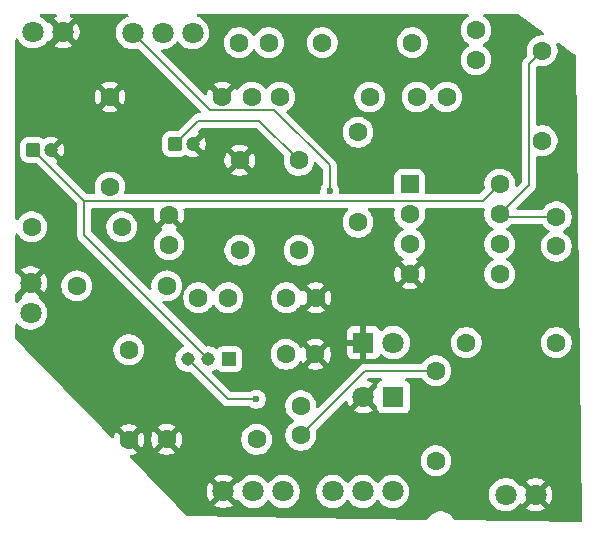
<source format=gbr>
%TF.GenerationSoftware,KiCad,Pcbnew,9.0.3*%
%TF.CreationDate,2025-07-26T23:45:00+02:00*%
%TF.ProjectId,bone_xl_distortion,626f6e65-5f78-46c5-9f64-6973746f7274,v1.0.0*%
%TF.SameCoordinates,Original*%
%TF.FileFunction,Copper,L2,Bot*%
%TF.FilePolarity,Positive*%
%FSLAX46Y46*%
G04 Gerber Fmt 4.6, Leading zero omitted, Abs format (unit mm)*
G04 Created by KiCad (PCBNEW 9.0.3) date 2025-07-26 23:45:00*
%MOMM*%
%LPD*%
G01*
G04 APERTURE LIST*
G04 Aperture macros list*
%AMRoundRect*
0 Rectangle with rounded corners*
0 $1 Rounding radius*
0 $2 $3 $4 $5 $6 $7 $8 $9 X,Y pos of 4 corners*
0 Add a 4 corners polygon primitive as box body*
4,1,4,$2,$3,$4,$5,$6,$7,$8,$9,$2,$3,0*
0 Add four circle primitives for the rounded corners*
1,1,$1+$1,$2,$3*
1,1,$1+$1,$4,$5*
1,1,$1+$1,$6,$7*
1,1,$1+$1,$8,$9*
0 Add four rect primitives between the rounded corners*
20,1,$1+$1,$2,$3,$4,$5,0*
20,1,$1+$1,$4,$5,$6,$7,0*
20,1,$1+$1,$6,$7,$8,$9,0*
20,1,$1+$1,$8,$9,$2,$3,0*%
G04 Aperture macros list end*
%TA.AperFunction,ComponentPad*%
%ADD10C,1.800000*%
%TD*%
%TA.AperFunction,ComponentPad*%
%ADD11C,1.600000*%
%TD*%
%TA.AperFunction,ComponentPad*%
%ADD12RoundRect,0.250000X-0.550000X-0.550000X0.550000X-0.550000X0.550000X0.550000X-0.550000X0.550000X0*%
%TD*%
%TA.AperFunction,ComponentPad*%
%ADD13R,1.143000X1.143000*%
%TD*%
%TA.AperFunction,ComponentPad*%
%ADD14C,1.143000*%
%TD*%
%TA.AperFunction,ComponentPad*%
%ADD15R,1.800000X1.800000*%
%TD*%
%TA.AperFunction,ComponentPad*%
%ADD16RoundRect,0.250000X-0.350000X-0.350000X0.350000X-0.350000X0.350000X0.350000X-0.350000X0.350000X0*%
%TD*%
%TA.AperFunction,ComponentPad*%
%ADD17C,1.200000*%
%TD*%
%TA.AperFunction,ViaPad*%
%ADD18C,0.600000*%
%TD*%
%TA.AperFunction,Conductor*%
%ADD19C,0.200000*%
%TD*%
G04 APERTURE END LIST*
D10*
%TO.P,Volume,1,1*%
%TO.N,GND*%
X168600000Y-111400000D03*
%TO.P,Volume,2,2*%
%TO.N,Net-(U2-D)*%
X171140000Y-111400000D03*
%TO.P,Volume,3,3*%
%TO.N,Net-(RV2-Pad2)*%
X173680000Y-111400000D03*
%TD*%
%TO.P,Audio out,S*%
%TO.N,Net-(J2-PadS)*%
X192504600Y-111682200D03*
%TO.P,Audio out,T*%
%TO.N,GND*%
X195044600Y-111682200D03*
%TD*%
D11*
%TO.P,C12,1*%
%TO.N,Net-(C12-Pad1)*%
X175150000Y-106650000D03*
%TO.P,C12,2*%
%TO.N,Net-(U2-G)*%
X175150000Y-104150000D03*
%TD*%
D12*
%TO.P,U1,1*%
%TO.N,Net-(C6-Pad2)*%
X184380000Y-85380000D03*
D11*
%TO.P,U1,2,-*%
%TO.N,Net-(U1A--)*%
X184380000Y-87920000D03*
%TO.P,U1,3,+*%
%TO.N,Net-(U1A-+)*%
X184380000Y-90460000D03*
%TO.P,U1,4,V-*%
%TO.N,GND*%
X184380000Y-93000000D03*
%TO.P,U1,5,+*%
%TO.N,/Vref*%
X192000000Y-93000000D03*
%TO.P,U1,6,-*%
%TO.N,Net-(U1B--)*%
X192000000Y-90460000D03*
%TO.P,U1,7*%
%TO.N,Net-(C8-Pad2)*%
X192000000Y-87920000D03*
%TO.P,U1,8,V+*%
%TO.N,VCC*%
X192000000Y-85380000D03*
%TD*%
%TO.P,R13,1*%
%TO.N,Net-(J2-PadS)*%
X186600000Y-108800000D03*
%TO.P,R13,2*%
%TO.N,Net-(C12-Pad1)*%
X186600000Y-101180000D03*
%TD*%
%TO.P,R4,1*%
%TO.N,Net-(C3-Pad1)*%
X170000000Y-91000000D03*
%TO.P,R4,2*%
%TO.N,GND*%
X170000000Y-83380000D03*
%TD*%
%TO.P,C8,1*%
%TO.N,Net-(U1B--)*%
X190000000Y-74850000D03*
%TO.P,C8,2*%
%TO.N,Net-(C8-Pad2)*%
X190000000Y-72350000D03*
%TD*%
%TO.P,R6,1*%
%TO.N,Net-(U1A--)*%
X180000000Y-81000000D03*
%TO.P,R6,2*%
%TO.N,Net-(R6-Pad2)*%
X180000000Y-88620000D03*
%TD*%
D13*
%TO.P,U2,1,D*%
%TO.N,Net-(U2-D)*%
X169100000Y-100200000D03*
D14*
%TO.P,U2,2,S*%
%TO.N,VCC*%
X167330000Y-100200000D03*
%TO.P,U2,3,G*%
%TO.N,Net-(U2-G)*%
X165600000Y-100200000D03*
%TD*%
D15*
%TO.P,D1,1,K*%
%TO.N,Net-(D1-K)*%
X183000000Y-103400000D03*
D10*
%TO.P,D1,2,A*%
%TO.N,GND*%
X180460000Y-103400000D03*
%TD*%
D11*
%TO.P,R2,1*%
%TO.N,/Vref*%
X159000000Y-85620000D03*
%TO.P,R2,2*%
%TO.N,GND*%
X159000000Y-78000000D03*
%TD*%
%TO.P,C5,1*%
%TO.N,Net-(C5-Pad1)*%
X171000000Y-78000000D03*
%TO.P,C5,2*%
%TO.N,GND*%
X168500000Y-78000000D03*
%TD*%
%TO.P,R5,1*%
%TO.N,Net-(U1A--)*%
X181000000Y-78000000D03*
%TO.P,R5,2*%
%TO.N,Net-(C5-Pad1)*%
X173380000Y-78000000D03*
%TD*%
D16*
%TO.P,C2,1*%
%TO.N,/Vref*%
X164500000Y-82000000D03*
D17*
%TO.P,C2,2*%
%TO.N,GND*%
X166000000Y-82000000D03*
%TD*%
D11*
%TO.P,R9,1*%
%TO.N,Net-(U1B--)*%
X195600000Y-81710000D03*
%TO.P,R9,2*%
%TO.N,Net-(C8-Pad2)*%
X195600000Y-74090000D03*
%TD*%
D10*
%TO.P,9V,1,+*%
%TO.N,VCC*%
X152500000Y-72500000D03*
%TO.P,9V,2,-*%
%TO.N,GND*%
X155040000Y-72500000D03*
%TD*%
D11*
%TO.P,C7,1*%
%TO.N,Net-(C7-Pad1)*%
X169950000Y-73400000D03*
%TO.P,C7,2*%
%TO.N,Net-(C7-Pad2)*%
X172450000Y-73400000D03*
%TD*%
D10*
%TO.P,Tone,1,1*%
%TO.N,Net-(C11-Pad1)*%
X177860000Y-111400000D03*
%TO.P,Tone,2,2*%
%TO.N,Net-(RV2-Pad2)*%
X180400000Y-111400000D03*
%TO.P,Tone,3,3*%
%TO.N,Net-(D1-K)*%
X182940000Y-111400000D03*
%TD*%
%TO.P,Gain,1,1*%
%TO.N,Net-(R6-Pad2)*%
X160920000Y-72575000D03*
%TO.P,Gain,2,2*%
%TO.N,Net-(C6-Pad2)*%
X163460000Y-72575000D03*
%TO.P,Gain,3,3*%
%TO.N,Net-(C7-Pad1)*%
X166000000Y-72575000D03*
%TD*%
D11*
%TO.P,R1,1*%
%TO.N,VCC*%
X152380000Y-89000000D03*
%TO.P,R1,2*%
%TO.N,/Vref*%
X160000000Y-89000000D03*
%TD*%
D15*
%TO.P,D2,1,K*%
%TO.N,GND*%
X180460000Y-98800000D03*
D10*
%TO.P,D2,2,A*%
%TO.N,Net-(D1-K)*%
X183000000Y-98800000D03*
%TD*%
D11*
%TO.P,R10,1*%
%TO.N,Net-(C9-Pad2)*%
X196800000Y-98800000D03*
%TO.P,R10,2*%
%TO.N,Net-(D1-K)*%
X189180000Y-98800000D03*
%TD*%
%TO.P,C3,1*%
%TO.N,Net-(C3-Pad1)*%
X166500000Y-95000000D03*
%TO.P,C3,2*%
%TO.N,Net-(U1A-+)*%
X169000000Y-95000000D03*
%TD*%
%TO.P,C6,1*%
%TO.N,Net-(U1A--)*%
X185000000Y-78000000D03*
%TO.P,C6,2*%
%TO.N,Net-(C6-Pad2)*%
X187500000Y-78000000D03*
%TD*%
%TO.P,R7,1*%
%TO.N,Net-(C7-Pad2)*%
X176990000Y-73400000D03*
%TO.P,R7,2*%
%TO.N,Net-(U1B--)*%
X184610000Y-73400000D03*
%TD*%
D10*
%TO.P,Guitar in,S*%
%TO.N,Net-(J1-PadS)*%
X152282200Y-96295400D03*
%TO.P,Guitar in,T*%
%TO.N,GND*%
X152282200Y-93755400D03*
%TD*%
D11*
%TO.P,C10,1*%
%TO.N,Net-(D1-K)*%
X173950000Y-95000000D03*
%TO.P,C10,2*%
%TO.N,GND*%
X176450000Y-95000000D03*
%TD*%
D16*
%TO.P,C1,1*%
%TO.N,VCC*%
X152500000Y-82500000D03*
D17*
%TO.P,C1,2*%
%TO.N,GND*%
X154000000Y-82500000D03*
%TD*%
D11*
%TO.P,R11,1*%
%TO.N,Net-(U2-G)*%
X160600000Y-99400000D03*
%TO.P,R11,2*%
%TO.N,GND*%
X160600000Y-107020000D03*
%TD*%
%TO.P,R12,1*%
%TO.N,Net-(C12-Pad1)*%
X171420000Y-107000000D03*
%TO.P,R12,2*%
%TO.N,GND*%
X163800000Y-107000000D03*
%TD*%
%TO.P,C9,1*%
%TO.N,Net-(C8-Pad2)*%
X196800000Y-88150000D03*
%TO.P,C9,2*%
%TO.N,Net-(C9-Pad2)*%
X196800000Y-90650000D03*
%TD*%
%TO.P,R3,1*%
%TO.N,Net-(J1-PadS)*%
X156190000Y-94000000D03*
%TO.P,R3,2*%
%TO.N,Net-(C3-Pad1)*%
X163810000Y-94000000D03*
%TD*%
%TO.P,R8,1*%
%TO.N,/Vref*%
X175000000Y-83380000D03*
%TO.P,R8,2*%
%TO.N,Net-(U1A-+)*%
X175000000Y-91000000D03*
%TD*%
%TO.P,C11,1*%
%TO.N,Net-(C11-Pad1)*%
X173900000Y-99800000D03*
%TO.P,C11,2*%
%TO.N,GND*%
X176400000Y-99800000D03*
%TD*%
%TO.P,C4,1*%
%TO.N,Net-(C3-Pad1)*%
X164000000Y-90500000D03*
%TO.P,C4,2*%
%TO.N,GND*%
X164000000Y-88000000D03*
%TD*%
D18*
%TO.N,Net-(U2-G)*%
X171400000Y-103600000D03*
%TO.N,Net-(R6-Pad2)*%
X177600000Y-86000000D03*
%TD*%
D19*
%TO.N,VCC*%
X167330000Y-100200000D02*
X156819000Y-89689000D01*
X156819000Y-86819000D02*
X190561000Y-86819000D01*
X156819000Y-89689000D02*
X156819000Y-86819000D01*
X152500000Y-82500000D02*
X156819000Y-86819000D01*
X190561000Y-86819000D02*
X192000000Y-85380000D01*
%TO.N,GND*%
X176400000Y-95050000D02*
X176450000Y-95000000D01*
X163780000Y-107020000D02*
X163800000Y-107000000D01*
X168200000Y-111400000D02*
X168600000Y-111400000D01*
%TO.N,/Vref*%
X166500000Y-80000000D02*
X171620000Y-80000000D01*
X164500000Y-82000000D02*
X166500000Y-80000000D01*
X171620000Y-80000000D02*
X175000000Y-83380000D01*
%TO.N,Net-(C8-Pad2)*%
X196800000Y-88150000D02*
X192230000Y-88150000D01*
X192230000Y-88150000D02*
X192000000Y-87920000D01*
X194499000Y-85421000D02*
X192000000Y-87920000D01*
X195600000Y-74090000D02*
X194499000Y-75191000D01*
X194499000Y-75191000D02*
X194499000Y-85421000D01*
%TO.N,Net-(C12-Pad1)*%
X186600000Y-101180000D02*
X180620000Y-101180000D01*
X180620000Y-101180000D02*
X175150000Y-106650000D01*
%TO.N,Net-(U2-G)*%
X171400000Y-103600000D02*
X169000000Y-103600000D01*
X169000000Y-103600000D02*
X165600000Y-100200000D01*
%TO.N,Net-(R6-Pad2)*%
X160920000Y-72575000D02*
X167446000Y-79101000D01*
X167446000Y-79101000D02*
X172901000Y-79101000D01*
X177600000Y-83800000D02*
X177600000Y-86000000D01*
X172901000Y-79101000D02*
X177600000Y-83800000D01*
%TD*%
%TA.AperFunction,Conductor*%
%TO.N,GND*%
G36*
X181976614Y-101800185D02*
G01*
X182022369Y-101852989D01*
X182032313Y-101922147D01*
X182003288Y-101985703D01*
X181952908Y-102020682D01*
X181857671Y-102056202D01*
X181857664Y-102056206D01*
X181742455Y-102142452D01*
X181742452Y-102142455D01*
X181656206Y-102257664D01*
X181656202Y-102257671D01*
X181605908Y-102392517D01*
X181599892Y-102448477D01*
X181599501Y-102452123D01*
X181599500Y-102452135D01*
X181599500Y-102562691D01*
X181579815Y-102629730D01*
X181563181Y-102650372D01*
X180902138Y-103311414D01*
X180879333Y-103226306D01*
X180820090Y-103123694D01*
X180736306Y-103039910D01*
X180633694Y-102980667D01*
X180548583Y-102957861D01*
X181257513Y-102248932D01*
X181193756Y-102202611D01*
X180997410Y-102102567D01*
X180849651Y-102054558D01*
X180847378Y-102053004D01*
X180844634Y-102052808D01*
X180818712Y-102033402D01*
X180791976Y-102015121D01*
X180790904Y-102012585D01*
X180788701Y-102010936D01*
X180777385Y-101980597D01*
X180764777Y-101950762D01*
X180765246Y-101948048D01*
X180764285Y-101945471D01*
X180771166Y-101913839D01*
X180776691Y-101881916D01*
X180778731Y-101879064D01*
X180779138Y-101877198D01*
X180800283Y-101848951D01*
X180832419Y-101816815D01*
X180893741Y-101783333D01*
X180920097Y-101780500D01*
X181909575Y-101780500D01*
X181976614Y-101800185D01*
G37*
%TD.AperFunction*%
%TA.AperFunction,Conductor*%
G36*
X160519370Y-71019685D02*
G01*
X160565125Y-71072489D01*
X160575069Y-71141647D01*
X160546044Y-71205203D01*
X160490649Y-71241931D01*
X160382396Y-71277103D01*
X160382393Y-71277104D01*
X160185974Y-71377187D01*
X160007641Y-71506752D01*
X160007636Y-71506756D01*
X159851756Y-71662636D01*
X159851752Y-71662641D01*
X159722187Y-71840974D01*
X159622104Y-72037393D01*
X159622103Y-72037396D01*
X159553985Y-72247047D01*
X159528488Y-72408028D01*
X159519500Y-72464778D01*
X159519500Y-72685222D01*
X159536016Y-72789500D01*
X159553985Y-72902952D01*
X159622103Y-73112603D01*
X159622104Y-73112606D01*
X159681744Y-73229653D01*
X159717129Y-73299100D01*
X159722187Y-73309025D01*
X159851752Y-73487358D01*
X159851756Y-73487363D01*
X160007636Y-73643243D01*
X160007641Y-73643247D01*
X160137664Y-73737713D01*
X160185978Y-73772815D01*
X160314375Y-73838237D01*
X160382393Y-73872895D01*
X160382396Y-73872896D01*
X160449525Y-73894707D01*
X160592049Y-73941015D01*
X160809778Y-73975500D01*
X160809779Y-73975500D01*
X161030221Y-73975500D01*
X161030222Y-73975500D01*
X161247951Y-73941015D01*
X161318205Y-73918187D01*
X161388044Y-73916192D01*
X161444203Y-73948438D01*
X166683583Y-79187819D01*
X166717068Y-79249142D01*
X166712084Y-79318834D01*
X166670212Y-79374767D01*
X166604748Y-79399184D01*
X166595902Y-79399500D01*
X166579057Y-79399500D01*
X166420943Y-79399500D01*
X166268215Y-79440423D01*
X166268214Y-79440423D01*
X166268212Y-79440424D01*
X166268209Y-79440425D01*
X166218096Y-79469359D01*
X166218095Y-79469360D01*
X166174689Y-79494420D01*
X166131285Y-79519479D01*
X166131282Y-79519481D01*
X166019478Y-79631286D01*
X164787582Y-80863181D01*
X164726259Y-80896666D01*
X164699901Y-80899500D01*
X164099998Y-80899500D01*
X164099980Y-80899501D01*
X163997203Y-80910000D01*
X163997200Y-80910001D01*
X163830668Y-80965185D01*
X163830663Y-80965187D01*
X163681342Y-81057289D01*
X163557289Y-81181342D01*
X163465187Y-81330663D01*
X163465186Y-81330666D01*
X163410001Y-81497203D01*
X163410001Y-81497204D01*
X163410000Y-81497204D01*
X163399500Y-81599983D01*
X163399500Y-82400001D01*
X163399501Y-82400019D01*
X163410000Y-82502796D01*
X163410001Y-82502799D01*
X163465185Y-82669331D01*
X163465187Y-82669336D01*
X163486034Y-82703134D01*
X163557288Y-82818656D01*
X163681344Y-82942712D01*
X163830666Y-83034814D01*
X163997203Y-83089999D01*
X164099991Y-83100500D01*
X164900008Y-83100499D01*
X164900016Y-83100498D01*
X164900019Y-83100498D01*
X164956302Y-83094748D01*
X165002797Y-83089999D01*
X165169334Y-83034814D01*
X165308464Y-82948997D01*
X165375853Y-82930559D01*
X165429854Y-82944054D01*
X165577740Y-83019407D01*
X165742415Y-83072914D01*
X165913429Y-83100000D01*
X166086571Y-83100000D01*
X166257584Y-83072914D01*
X166422257Y-83019408D01*
X166576525Y-82940803D01*
X166582736Y-82936289D01*
X165941301Y-82294854D01*
X165960504Y-82300000D01*
X166039496Y-82300000D01*
X166115796Y-82279556D01*
X166184205Y-82240060D01*
X166240060Y-82184205D01*
X166279556Y-82115796D01*
X166300000Y-82039496D01*
X166300000Y-81999999D01*
X166353553Y-81999999D01*
X166353553Y-82000000D01*
X166936289Y-82582736D01*
X166940803Y-82576525D01*
X167019408Y-82422255D01*
X167056057Y-82309465D01*
X167056057Y-82309464D01*
X167072914Y-82257584D01*
X167100000Y-82086571D01*
X167100000Y-81913428D01*
X167072914Y-81742415D01*
X167019408Y-81577742D01*
X166940801Y-81423471D01*
X166936290Y-81417262D01*
X166936289Y-81417261D01*
X166353553Y-81999999D01*
X166300000Y-81999999D01*
X166300000Y-81960504D01*
X166279556Y-81884204D01*
X166240060Y-81815795D01*
X166184205Y-81759940D01*
X166115796Y-81720444D01*
X166039496Y-81700000D01*
X165960504Y-81700000D01*
X165941300Y-81705145D01*
X166582737Y-81063709D01*
X166576524Y-81059196D01*
X166538806Y-81039977D01*
X166488011Y-80992003D01*
X166471216Y-80924182D01*
X166493754Y-80858047D01*
X166507406Y-80841828D01*
X166712418Y-80636816D01*
X166773739Y-80603334D01*
X166800097Y-80600500D01*
X171319903Y-80600500D01*
X171386942Y-80620185D01*
X171407584Y-80636819D01*
X173705922Y-82935157D01*
X173739407Y-82996480D01*
X173736173Y-83061155D01*
X173731522Y-83075468D01*
X173699500Y-83277648D01*
X173699500Y-83482351D01*
X173731522Y-83684534D01*
X173794781Y-83879223D01*
X173858691Y-84004653D01*
X173887585Y-84061359D01*
X173887715Y-84061613D01*
X174008028Y-84227213D01*
X174152786Y-84371971D01*
X174273226Y-84459474D01*
X174318390Y-84492287D01*
X174397864Y-84532781D01*
X174500776Y-84585218D01*
X174500778Y-84585218D01*
X174500781Y-84585220D01*
X174605137Y-84619127D01*
X174695465Y-84648477D01*
X174796557Y-84664488D01*
X174897648Y-84680500D01*
X174897649Y-84680500D01*
X175102351Y-84680500D01*
X175102352Y-84680500D01*
X175304534Y-84648477D01*
X175499219Y-84585220D01*
X175681610Y-84492287D01*
X175788290Y-84414780D01*
X175847213Y-84371971D01*
X175847215Y-84371968D01*
X175847219Y-84371966D01*
X175991966Y-84227219D01*
X175991968Y-84227215D01*
X175991971Y-84227213D01*
X176076024Y-84111522D01*
X176112287Y-84061610D01*
X176205220Y-83879219D01*
X176268477Y-83684534D01*
X176280562Y-83608229D01*
X176310489Y-83545100D01*
X176369800Y-83508168D01*
X176439663Y-83509164D01*
X176490715Y-83539950D01*
X176963181Y-84012416D01*
X176996666Y-84073739D01*
X176999500Y-84100097D01*
X176999500Y-85420234D01*
X176979815Y-85487273D01*
X176978602Y-85489125D01*
X176890609Y-85620814D01*
X176890602Y-85620827D01*
X176830264Y-85766498D01*
X176830261Y-85766510D01*
X176799500Y-85921153D01*
X176799500Y-86078844D01*
X176799845Y-86082348D01*
X176799500Y-86084166D01*
X176799500Y-86084934D01*
X176799355Y-86084934D01*
X176786825Y-86150994D01*
X176738759Y-86201703D01*
X176676442Y-86218500D01*
X160343633Y-86218500D01*
X160276594Y-86198815D01*
X160230839Y-86146011D01*
X160220895Y-86076853D01*
X160225702Y-86056181D01*
X160268477Y-85924534D01*
X160289830Y-85789716D01*
X160300500Y-85722352D01*
X160300500Y-85517648D01*
X160297714Y-85500057D01*
X160268477Y-85315465D01*
X160205218Y-85120776D01*
X160171503Y-85054607D01*
X160112287Y-84938390D01*
X160070432Y-84880781D01*
X159991971Y-84772786D01*
X159847219Y-84628034D01*
X159716113Y-84532781D01*
X159681610Y-84507713D01*
X159650495Y-84491859D01*
X159499223Y-84414781D01*
X159304534Y-84351522D01*
X159129995Y-84323878D01*
X159102352Y-84319500D01*
X158897648Y-84319500D01*
X158873329Y-84323351D01*
X158695465Y-84351522D01*
X158500776Y-84414781D01*
X158318386Y-84507715D01*
X158152786Y-84628028D01*
X158008028Y-84772786D01*
X157887715Y-84938386D01*
X157794781Y-85120776D01*
X157731522Y-85315465D01*
X157699500Y-85517648D01*
X157699500Y-85722351D01*
X157731522Y-85924534D01*
X157774298Y-86056181D01*
X157776293Y-86126023D01*
X157740213Y-86185856D01*
X157677512Y-86216684D01*
X157656367Y-86218500D01*
X157119097Y-86218500D01*
X157052058Y-86198815D01*
X157031416Y-86182181D01*
X154507422Y-83658187D01*
X154473937Y-83596864D01*
X154478921Y-83527172D01*
X154520793Y-83471239D01*
X154538810Y-83460021D01*
X154576517Y-83440808D01*
X154576525Y-83440803D01*
X154582736Y-83436289D01*
X154582737Y-83436289D01*
X154506945Y-83360497D01*
X154424130Y-83277682D01*
X168700000Y-83277682D01*
X168700000Y-83482317D01*
X168732009Y-83684417D01*
X168795244Y-83879031D01*
X168888141Y-84061350D01*
X168888147Y-84061359D01*
X168920523Y-84105921D01*
X168920524Y-84105922D01*
X169600000Y-83426446D01*
X169600000Y-83432661D01*
X169627259Y-83534394D01*
X169679920Y-83625606D01*
X169754394Y-83700080D01*
X169845606Y-83752741D01*
X169947339Y-83780000D01*
X169953553Y-83780000D01*
X169274076Y-84459474D01*
X169318650Y-84491859D01*
X169500968Y-84584755D01*
X169695582Y-84647990D01*
X169897683Y-84680000D01*
X170102317Y-84680000D01*
X170304417Y-84647990D01*
X170499031Y-84584755D01*
X170681349Y-84491859D01*
X170725921Y-84459474D01*
X170046447Y-83780000D01*
X170052661Y-83780000D01*
X170154394Y-83752741D01*
X170245606Y-83700080D01*
X170320080Y-83625606D01*
X170372741Y-83534394D01*
X170400000Y-83432661D01*
X170400000Y-83426448D01*
X171079474Y-84105922D01*
X171079474Y-84105921D01*
X171111859Y-84061349D01*
X171204755Y-83879031D01*
X171267990Y-83684417D01*
X171300000Y-83482317D01*
X171300000Y-83277682D01*
X171267990Y-83075582D01*
X171204755Y-82880968D01*
X171111859Y-82698650D01*
X171079474Y-82654077D01*
X171079474Y-82654076D01*
X170400000Y-83333551D01*
X170400000Y-83327339D01*
X170372741Y-83225606D01*
X170320080Y-83134394D01*
X170245606Y-83059920D01*
X170154394Y-83007259D01*
X170052661Y-82980000D01*
X170046446Y-82980000D01*
X170725922Y-82300524D01*
X170725921Y-82300523D01*
X170681359Y-82268147D01*
X170681350Y-82268141D01*
X170499031Y-82175244D01*
X170304417Y-82112009D01*
X170102317Y-82080000D01*
X169897683Y-82080000D01*
X169695582Y-82112009D01*
X169500968Y-82175244D01*
X169318644Y-82268143D01*
X169274077Y-82300523D01*
X169274077Y-82300524D01*
X169953554Y-82980000D01*
X169947339Y-82980000D01*
X169845606Y-83007259D01*
X169754394Y-83059920D01*
X169679920Y-83134394D01*
X169627259Y-83225606D01*
X169600000Y-83327339D01*
X169600000Y-83333553D01*
X168920524Y-82654077D01*
X168920523Y-82654077D01*
X168888143Y-82698644D01*
X168795244Y-82880968D01*
X168732009Y-83075582D01*
X168700000Y-83277682D01*
X154424130Y-83277682D01*
X153941302Y-82794854D01*
X153960504Y-82800000D01*
X154039496Y-82800000D01*
X154115796Y-82779556D01*
X154184205Y-82740060D01*
X154240060Y-82684205D01*
X154279556Y-82615796D01*
X154300000Y-82539496D01*
X154300000Y-82499999D01*
X154353553Y-82499999D01*
X154353553Y-82500000D01*
X154936289Y-83082736D01*
X154940803Y-83076525D01*
X155019408Y-82922257D01*
X155072914Y-82757584D01*
X155100000Y-82586571D01*
X155100000Y-82413428D01*
X155072914Y-82242415D01*
X155019408Y-82077742D01*
X154940801Y-81923471D01*
X154936290Y-81917262D01*
X154936289Y-81917261D01*
X154353553Y-82499999D01*
X154300000Y-82499999D01*
X154300000Y-82460504D01*
X154279556Y-82384204D01*
X154240060Y-82315795D01*
X154184205Y-82259940D01*
X154115796Y-82220444D01*
X154039496Y-82200000D01*
X153960504Y-82200000D01*
X153941300Y-82205145D01*
X154582737Y-81563709D01*
X154576525Y-81559196D01*
X154422259Y-81480592D01*
X154257584Y-81427085D01*
X154086571Y-81400000D01*
X153913429Y-81400000D01*
X153742415Y-81427085D01*
X153577742Y-81480591D01*
X153429853Y-81555946D01*
X153361184Y-81568842D01*
X153308462Y-81551000D01*
X153169340Y-81465189D01*
X153169335Y-81465187D01*
X153169334Y-81465186D01*
X153002797Y-81410001D01*
X153002795Y-81410000D01*
X152900010Y-81399500D01*
X152099998Y-81399500D01*
X152099980Y-81399501D01*
X151997203Y-81410000D01*
X151997200Y-81410001D01*
X151830668Y-81465185D01*
X151830663Y-81465187D01*
X151681342Y-81557289D01*
X151557289Y-81681342D01*
X151465187Y-81830663D01*
X151465186Y-81830666D01*
X151410001Y-81997203D01*
X151410001Y-81997204D01*
X151410000Y-81997204D01*
X151399500Y-82099983D01*
X151399500Y-82900001D01*
X151399501Y-82900019D01*
X151410000Y-83002796D01*
X151410001Y-83002799D01*
X151453608Y-83134394D01*
X151465186Y-83169334D01*
X151557288Y-83318656D01*
X151681344Y-83442712D01*
X151830666Y-83534814D01*
X151997203Y-83589999D01*
X152099991Y-83600500D01*
X152699902Y-83600499D01*
X152766941Y-83620183D01*
X152787583Y-83636818D01*
X156182181Y-87031416D01*
X156215666Y-87092739D01*
X156218500Y-87119097D01*
X156218500Y-89602330D01*
X156218499Y-89602348D01*
X156218499Y-89768054D01*
X156218498Y-89768054D01*
X156225660Y-89794781D01*
X156259423Y-89920785D01*
X156262407Y-89925953D01*
X156262411Y-89925967D01*
X156262414Y-89925966D01*
X156338475Y-90057709D01*
X156338481Y-90057717D01*
X156457349Y-90176585D01*
X156457355Y-90176590D01*
X165270940Y-98990176D01*
X165304425Y-99051499D01*
X165299441Y-99121191D01*
X165257569Y-99177124D01*
X165221579Y-99195787D01*
X165188502Y-99206534D01*
X165188494Y-99206537D01*
X165038148Y-99283143D01*
X164901637Y-99382325D01*
X164782325Y-99501637D01*
X164683143Y-99638148D01*
X164606537Y-99788494D01*
X164606536Y-99788497D01*
X164554396Y-99948971D01*
X164528000Y-100115626D01*
X164528000Y-100284373D01*
X164554396Y-100451028D01*
X164606536Y-100611502D01*
X164606537Y-100611505D01*
X164683143Y-100761851D01*
X164782324Y-100898361D01*
X164901639Y-101017676D01*
X165038149Y-101116857D01*
X165111889Y-101154429D01*
X165188494Y-101193462D01*
X165188497Y-101193463D01*
X165255694Y-101215296D01*
X165348973Y-101245604D01*
X165423375Y-101257388D01*
X165515627Y-101272000D01*
X165515632Y-101272000D01*
X165684365Y-101272000D01*
X165684368Y-101272000D01*
X165741440Y-101262960D01*
X165810730Y-101271914D01*
X165848517Y-101297752D01*
X168515139Y-103964374D01*
X168515149Y-103964385D01*
X168519479Y-103968715D01*
X168519480Y-103968716D01*
X168631284Y-104080520D01*
X168682845Y-104110288D01*
X168718095Y-104130639D01*
X168718097Y-104130641D01*
X168756151Y-104152611D01*
X168768215Y-104159577D01*
X168920943Y-104200500D01*
X169079057Y-104200500D01*
X170820234Y-104200500D01*
X170887273Y-104220185D01*
X170889125Y-104221398D01*
X171020814Y-104309390D01*
X171020827Y-104309397D01*
X171113718Y-104347873D01*
X171166503Y-104369737D01*
X171321153Y-104400499D01*
X171321156Y-104400500D01*
X171321158Y-104400500D01*
X171478844Y-104400500D01*
X171478845Y-104400499D01*
X171633497Y-104369737D01*
X171779179Y-104309394D01*
X171910289Y-104221789D01*
X172021789Y-104110289D01*
X172063644Y-104047648D01*
X173849500Y-104047648D01*
X173849500Y-104252351D01*
X173881522Y-104454534D01*
X173944781Y-104649223D01*
X174037715Y-104831613D01*
X174158028Y-104997213D01*
X174302786Y-105141971D01*
X174468388Y-105262286D01*
X174521828Y-105289516D01*
X174572623Y-105337490D01*
X174589418Y-105405312D01*
X174566880Y-105471446D01*
X174521828Y-105510484D01*
X174468388Y-105537713D01*
X174302786Y-105658028D01*
X174158028Y-105802786D01*
X174037715Y-105968386D01*
X173944781Y-106150776D01*
X173881522Y-106345465D01*
X173853726Y-106520968D01*
X173849500Y-106547648D01*
X173849500Y-106752352D01*
X173852991Y-106774394D01*
X173881522Y-106954534D01*
X173944781Y-107149223D01*
X174004082Y-107265606D01*
X174031838Y-107320080D01*
X174037715Y-107331613D01*
X174158028Y-107497213D01*
X174302786Y-107641971D01*
X174418336Y-107725921D01*
X174468390Y-107762287D01*
X174584607Y-107821503D01*
X174650776Y-107855218D01*
X174650778Y-107855218D01*
X174650781Y-107855220D01*
X174755137Y-107889127D01*
X174845465Y-107918477D01*
X174946557Y-107934488D01*
X175047648Y-107950500D01*
X175047649Y-107950500D01*
X175252351Y-107950500D01*
X175252352Y-107950500D01*
X175454534Y-107918477D01*
X175649219Y-107855220D01*
X175831610Y-107762287D01*
X175924590Y-107694732D01*
X175997213Y-107641971D01*
X175997215Y-107641968D01*
X175997219Y-107641966D01*
X176141966Y-107497219D01*
X176141968Y-107497215D01*
X176141971Y-107497213D01*
X176217873Y-107392741D01*
X176262287Y-107331610D01*
X176355220Y-107149219D01*
X176418477Y-106954534D01*
X176450500Y-106752352D01*
X176450500Y-106547648D01*
X176446274Y-106520968D01*
X176418478Y-106345472D01*
X176418477Y-106345471D01*
X176418477Y-106345466D01*
X176413825Y-106331151D01*
X176411832Y-106261312D01*
X176444075Y-106205158D01*
X178908950Y-103740283D01*
X178970268Y-103706802D01*
X179039960Y-103711786D01*
X179095893Y-103753658D01*
X179114557Y-103789650D01*
X179162567Y-103937410D01*
X179262611Y-104133756D01*
X179308932Y-104197513D01*
X180017861Y-103488583D01*
X180040667Y-103573694D01*
X180099910Y-103676306D01*
X180183694Y-103760090D01*
X180286306Y-103819333D01*
X180371414Y-103842137D01*
X179662485Y-104551065D01*
X179662485Y-104551066D01*
X179726243Y-104597388D01*
X179922589Y-104697432D01*
X180132164Y-104765526D01*
X180349819Y-104800000D01*
X180570181Y-104800000D01*
X180787835Y-104765526D01*
X180997410Y-104697432D01*
X181193760Y-104597386D01*
X181257513Y-104551066D01*
X181257514Y-104551066D01*
X180548585Y-103842138D01*
X180633694Y-103819333D01*
X180736306Y-103760090D01*
X180820090Y-103676306D01*
X180879333Y-103573694D01*
X180902138Y-103488585D01*
X181563181Y-104149628D01*
X181596666Y-104210951D01*
X181599500Y-104237308D01*
X181599500Y-104347869D01*
X181599501Y-104347876D01*
X181605908Y-104407483D01*
X181656202Y-104542328D01*
X181656206Y-104542335D01*
X181742452Y-104657544D01*
X181742455Y-104657547D01*
X181857664Y-104743793D01*
X181857671Y-104743797D01*
X181992517Y-104794091D01*
X181992516Y-104794091D01*
X181999444Y-104794835D01*
X182052127Y-104800500D01*
X183947872Y-104800499D01*
X184007483Y-104794091D01*
X184142331Y-104743796D01*
X184257546Y-104657546D01*
X184343796Y-104542331D01*
X184394091Y-104407483D01*
X184400500Y-104347873D01*
X184400499Y-102452128D01*
X184394091Y-102392517D01*
X184391369Y-102385220D01*
X184343797Y-102257671D01*
X184343793Y-102257664D01*
X184257547Y-102142455D01*
X184257544Y-102142452D01*
X184142335Y-102056206D01*
X184142328Y-102056202D01*
X184047092Y-102020682D01*
X183991158Y-101978811D01*
X183966741Y-101913347D01*
X183981592Y-101845074D01*
X184030997Y-101795668D01*
X184090425Y-101780500D01*
X185370398Y-101780500D01*
X185437437Y-101800185D01*
X185480882Y-101848204D01*
X185483320Y-101852989D01*
X185487715Y-101861614D01*
X185608028Y-102027213D01*
X185752786Y-102171971D01*
X185907749Y-102284556D01*
X185918390Y-102292287D01*
X186034607Y-102351503D01*
X186100776Y-102385218D01*
X186100778Y-102385218D01*
X186100781Y-102385220D01*
X186205137Y-102419127D01*
X186295465Y-102448477D01*
X186318523Y-102452129D01*
X186497648Y-102480500D01*
X186497649Y-102480500D01*
X186702351Y-102480500D01*
X186702352Y-102480500D01*
X186904534Y-102448477D01*
X187099219Y-102385220D01*
X187281610Y-102292287D01*
X187374590Y-102224732D01*
X187447213Y-102171971D01*
X187447215Y-102171968D01*
X187447219Y-102171966D01*
X187591966Y-102027219D01*
X187591968Y-102027215D01*
X187591971Y-102027213D01*
X187651359Y-101945471D01*
X187712287Y-101861610D01*
X187805220Y-101679219D01*
X187868477Y-101484534D01*
X187900500Y-101282352D01*
X187900500Y-101077648D01*
X187874309Y-100912287D01*
X187868477Y-100875465D01*
X187831561Y-100761851D01*
X187805220Y-100680781D01*
X187805218Y-100680778D01*
X187805218Y-100680776D01*
X187766719Y-100605218D01*
X187712287Y-100498390D01*
X187677876Y-100451027D01*
X187591971Y-100332786D01*
X187447213Y-100188028D01*
X187281613Y-100067715D01*
X187281612Y-100067714D01*
X187281610Y-100067713D01*
X187224653Y-100038691D01*
X187099223Y-99974781D01*
X186904534Y-99911522D01*
X186729995Y-99883878D01*
X186702352Y-99879500D01*
X186497648Y-99879500D01*
X186473329Y-99883351D01*
X186295465Y-99911522D01*
X186100776Y-99974781D01*
X185918386Y-100067715D01*
X185752786Y-100188028D01*
X185608028Y-100332786D01*
X185487715Y-100498385D01*
X185480883Y-100511795D01*
X185432909Y-100562591D01*
X185370398Y-100579500D01*
X180699057Y-100579500D01*
X180540943Y-100579500D01*
X180388215Y-100620423D01*
X180388214Y-100620423D01*
X180388212Y-100620424D01*
X180388209Y-100620425D01*
X180338096Y-100649359D01*
X180338095Y-100649360D01*
X180304983Y-100668477D01*
X180251285Y-100699479D01*
X180251282Y-100699481D01*
X176662181Y-104288583D01*
X176600858Y-104322068D01*
X176531166Y-104317084D01*
X176475233Y-104275212D01*
X176450816Y-104209748D01*
X176450500Y-104200902D01*
X176450500Y-104047648D01*
X176418477Y-103845465D01*
X176364338Y-103678844D01*
X176355220Y-103650781D01*
X176355218Y-103650778D01*
X176355218Y-103650776D01*
X176315942Y-103573694D01*
X176262287Y-103468390D01*
X176254556Y-103457749D01*
X176141971Y-103302786D01*
X175997213Y-103158028D01*
X175831613Y-103037715D01*
X175831612Y-103037714D01*
X175831610Y-103037713D01*
X175756574Y-102999480D01*
X175649223Y-102944781D01*
X175454534Y-102881522D01*
X175279995Y-102853878D01*
X175252352Y-102849500D01*
X175047648Y-102849500D01*
X175023329Y-102853351D01*
X174845465Y-102881522D01*
X174650776Y-102944781D01*
X174468386Y-103037715D01*
X174302786Y-103158028D01*
X174158028Y-103302786D01*
X174037715Y-103468386D01*
X173944781Y-103650776D01*
X173881522Y-103845465D01*
X173849500Y-104047648D01*
X172063644Y-104047648D01*
X172109394Y-103979179D01*
X172169737Y-103833497D01*
X172200500Y-103678842D01*
X172200500Y-103521158D01*
X172200500Y-103521155D01*
X172200499Y-103521153D01*
X172169738Y-103366510D01*
X172169737Y-103366503D01*
X172111666Y-103226306D01*
X172109397Y-103220827D01*
X172109390Y-103220814D01*
X172021789Y-103089711D01*
X172021786Y-103089707D01*
X171910292Y-102978213D01*
X171910288Y-102978210D01*
X171779185Y-102890609D01*
X171779172Y-102890602D01*
X171633501Y-102830264D01*
X171633489Y-102830261D01*
X171478845Y-102799500D01*
X171478842Y-102799500D01*
X171321158Y-102799500D01*
X171321155Y-102799500D01*
X171166510Y-102830261D01*
X171166498Y-102830264D01*
X171020827Y-102890602D01*
X171020814Y-102890609D01*
X170889125Y-102978602D01*
X170822447Y-102999480D01*
X170820234Y-102999500D01*
X169300097Y-102999500D01*
X169233058Y-102979815D01*
X169212416Y-102963181D01*
X167659058Y-101409823D01*
X167625573Y-101348500D01*
X167630557Y-101278808D01*
X167672429Y-101222875D01*
X167708421Y-101204211D01*
X167741505Y-101193462D01*
X167891851Y-101116857D01*
X167967824Y-101061658D01*
X168033630Y-101038178D01*
X168101684Y-101054003D01*
X168139974Y-101087662D01*
X168170954Y-101129046D01*
X168217143Y-101163623D01*
X168286164Y-101215293D01*
X168286171Y-101215297D01*
X168421017Y-101265591D01*
X168421016Y-101265591D01*
X168427944Y-101266335D01*
X168480627Y-101272000D01*
X169719372Y-101271999D01*
X169778983Y-101265591D01*
X169913831Y-101215296D01*
X170029046Y-101129046D01*
X170115296Y-101013831D01*
X170165591Y-100878983D01*
X170172000Y-100819373D01*
X170171999Y-99697648D01*
X172599500Y-99697648D01*
X172599500Y-99902352D01*
X172600953Y-99911523D01*
X172631522Y-100104534D01*
X172694781Y-100299223D01*
X172758691Y-100424653D01*
X172787585Y-100481359D01*
X172787715Y-100481613D01*
X172908028Y-100647213D01*
X173052786Y-100791971D01*
X173173226Y-100879474D01*
X173218390Y-100912287D01*
X173334607Y-100971503D01*
X173400776Y-101005218D01*
X173400778Y-101005218D01*
X173400781Y-101005220D01*
X173439117Y-101017676D01*
X173595465Y-101068477D01*
X173653368Y-101077648D01*
X173797648Y-101100500D01*
X173797649Y-101100500D01*
X174002351Y-101100500D01*
X174002352Y-101100500D01*
X174204534Y-101068477D01*
X174399219Y-101005220D01*
X174581610Y-100912287D01*
X174674590Y-100844732D01*
X174747213Y-100791971D01*
X174747215Y-100791968D01*
X174747219Y-100791966D01*
X174891966Y-100647219D01*
X174891968Y-100647215D01*
X174891971Y-100647213D01*
X175000096Y-100498390D01*
X175012287Y-100481610D01*
X175039795Y-100427621D01*
X175087769Y-100376826D01*
X175155589Y-100360030D01*
X175221725Y-100382567D01*
X175260765Y-100427621D01*
X175288141Y-100481350D01*
X175288147Y-100481359D01*
X175320523Y-100525921D01*
X175320524Y-100525922D01*
X176000000Y-99846446D01*
X176000000Y-99852661D01*
X176027259Y-99954394D01*
X176079920Y-100045606D01*
X176154394Y-100120080D01*
X176245606Y-100172741D01*
X176347339Y-100200000D01*
X176353553Y-100200000D01*
X175674076Y-100879474D01*
X175718650Y-100911859D01*
X175900968Y-101004755D01*
X176095582Y-101067990D01*
X176297683Y-101100000D01*
X176502317Y-101100000D01*
X176704417Y-101067990D01*
X176899031Y-101004755D01*
X177081349Y-100911859D01*
X177125921Y-100879474D01*
X176446447Y-100200000D01*
X176452661Y-100200000D01*
X176554394Y-100172741D01*
X176645606Y-100120080D01*
X176720080Y-100045606D01*
X176772741Y-99954394D01*
X176800000Y-99852661D01*
X176800000Y-99846447D01*
X177479474Y-100525921D01*
X177511859Y-100481349D01*
X177604755Y-100299031D01*
X177667990Y-100104417D01*
X177700000Y-99902317D01*
X177700000Y-99697682D01*
X177667990Y-99495582D01*
X177604755Y-99300968D01*
X177511859Y-99118650D01*
X177479474Y-99074077D01*
X177479474Y-99074076D01*
X176800000Y-99753551D01*
X176800000Y-99747339D01*
X176772741Y-99645606D01*
X176720080Y-99554394D01*
X176645606Y-99479920D01*
X176554394Y-99427259D01*
X176452661Y-99400000D01*
X176446446Y-99400000D01*
X177125922Y-98720524D01*
X177125921Y-98720523D01*
X177081359Y-98688147D01*
X177081350Y-98688141D01*
X176899031Y-98595244D01*
X176704417Y-98532009D01*
X176502317Y-98500000D01*
X176297683Y-98500000D01*
X176095582Y-98532009D01*
X175900968Y-98595244D01*
X175718644Y-98688143D01*
X175674077Y-98720523D01*
X175674077Y-98720524D01*
X176353554Y-99400000D01*
X176347339Y-99400000D01*
X176245606Y-99427259D01*
X176154394Y-99479920D01*
X176079920Y-99554394D01*
X176027259Y-99645606D01*
X176000000Y-99747339D01*
X176000000Y-99753553D01*
X175320524Y-99074077D01*
X175320523Y-99074077D01*
X175288143Y-99118644D01*
X175260765Y-99172378D01*
X175212790Y-99223174D01*
X175144969Y-99239969D01*
X175078834Y-99217431D01*
X175039795Y-99172378D01*
X175030633Y-99154396D01*
X175012287Y-99118390D01*
X175012285Y-99118387D01*
X175012284Y-99118385D01*
X174891971Y-98952786D01*
X174747213Y-98808028D01*
X174581613Y-98687715D01*
X174581612Y-98687714D01*
X174581610Y-98687713D01*
X174524653Y-98658691D01*
X174399223Y-98594781D01*
X174204534Y-98531522D01*
X174029995Y-98503878D01*
X174002352Y-98499500D01*
X173797648Y-98499500D01*
X173773329Y-98503351D01*
X173595465Y-98531522D01*
X173400776Y-98594781D01*
X173218386Y-98687715D01*
X173052786Y-98808028D01*
X172908028Y-98952786D01*
X172787715Y-99118386D01*
X172694781Y-99300776D01*
X172631522Y-99495465D01*
X172607488Y-99647213D01*
X172599500Y-99697648D01*
X170171999Y-99697648D01*
X170171999Y-99580628D01*
X170165591Y-99521017D01*
X170158629Y-99502352D01*
X170115297Y-99386171D01*
X170115293Y-99386164D01*
X170029047Y-99270955D01*
X170029044Y-99270952D01*
X169913835Y-99184706D01*
X169913828Y-99184702D01*
X169778982Y-99134408D01*
X169778983Y-99134408D01*
X169719383Y-99128001D01*
X169719381Y-99128000D01*
X169719373Y-99128000D01*
X169719364Y-99128000D01*
X168480629Y-99128000D01*
X168480623Y-99128001D01*
X168421016Y-99134408D01*
X168286171Y-99184702D01*
X168286164Y-99184706D01*
X168170955Y-99270952D01*
X168139976Y-99312335D01*
X168084042Y-99354205D01*
X168014350Y-99359189D01*
X167967824Y-99338341D01*
X167891851Y-99283143D01*
X167741505Y-99206537D01*
X167741502Y-99206536D01*
X167581028Y-99154396D01*
X167414373Y-99128000D01*
X167414368Y-99128000D01*
X167245632Y-99128000D01*
X167245626Y-99128000D01*
X167188560Y-99137038D01*
X167119267Y-99128083D01*
X167081482Y-99102246D01*
X165831391Y-97852155D01*
X179060000Y-97852155D01*
X179060000Y-98550000D01*
X180084722Y-98550000D01*
X180040667Y-98626306D01*
X180010000Y-98740756D01*
X180010000Y-98859244D01*
X180040667Y-98973694D01*
X180084722Y-99050000D01*
X179060000Y-99050000D01*
X179060000Y-99747844D01*
X179066401Y-99807372D01*
X179066403Y-99807379D01*
X179116645Y-99942086D01*
X179116649Y-99942093D01*
X179202809Y-100057187D01*
X179202812Y-100057190D01*
X179317906Y-100143350D01*
X179317913Y-100143354D01*
X179452620Y-100193596D01*
X179452627Y-100193598D01*
X179512155Y-100199999D01*
X179512172Y-100200000D01*
X180210000Y-100200000D01*
X180210000Y-99175277D01*
X180286306Y-99219333D01*
X180400756Y-99250000D01*
X180519244Y-99250000D01*
X180633694Y-99219333D01*
X180710000Y-99175277D01*
X180710000Y-100200000D01*
X181407828Y-100200000D01*
X181407844Y-100199999D01*
X181467372Y-100193598D01*
X181467379Y-100193596D01*
X181602086Y-100143354D01*
X181602093Y-100143350D01*
X181717187Y-100057190D01*
X181717190Y-100057187D01*
X181803350Y-99942093D01*
X181803354Y-99942086D01*
X181833213Y-99862031D01*
X181875084Y-99806097D01*
X181940548Y-99781680D01*
X182008821Y-99796531D01*
X182037076Y-99817683D01*
X182087636Y-99868243D01*
X182087641Y-99868247D01*
X182198752Y-99948973D01*
X182265978Y-99997815D01*
X182382501Y-100057187D01*
X182462393Y-100097895D01*
X182462396Y-100097896D01*
X182530673Y-100120080D01*
X182672049Y-100166015D01*
X182889778Y-100200500D01*
X182889779Y-100200500D01*
X183110221Y-100200500D01*
X183110222Y-100200500D01*
X183327951Y-100166015D01*
X183537606Y-100097895D01*
X183734022Y-99997815D01*
X183912365Y-99868242D01*
X184068242Y-99712365D01*
X184197815Y-99534022D01*
X184297895Y-99337606D01*
X184366015Y-99127951D01*
X184400500Y-98910222D01*
X184400500Y-98697648D01*
X187879500Y-98697648D01*
X187879500Y-98902351D01*
X187911522Y-99104534D01*
X187974781Y-99299223D01*
X188067715Y-99481613D01*
X188188028Y-99647213D01*
X188332786Y-99791971D01*
X188487749Y-99904556D01*
X188498390Y-99912287D01*
X188581030Y-99954394D01*
X188680776Y-100005218D01*
X188680778Y-100005218D01*
X188680781Y-100005220D01*
X188785137Y-100039127D01*
X188875465Y-100068477D01*
X188958383Y-100081610D01*
X189077648Y-100100500D01*
X189077649Y-100100500D01*
X189282351Y-100100500D01*
X189282352Y-100100500D01*
X189484534Y-100068477D01*
X189679219Y-100005220D01*
X189861610Y-99912287D01*
X189954590Y-99844732D01*
X190027213Y-99791971D01*
X190027215Y-99791968D01*
X190027219Y-99791966D01*
X190171966Y-99647219D01*
X190171968Y-99647215D01*
X190171971Y-99647213D01*
X190239407Y-99554394D01*
X190292287Y-99481610D01*
X190385220Y-99299219D01*
X190448477Y-99104534D01*
X190480500Y-98902352D01*
X190480500Y-98697648D01*
X195499500Y-98697648D01*
X195499500Y-98902351D01*
X195531522Y-99104534D01*
X195594781Y-99299223D01*
X195687715Y-99481613D01*
X195808028Y-99647213D01*
X195952786Y-99791971D01*
X196107749Y-99904556D01*
X196118390Y-99912287D01*
X196201030Y-99954394D01*
X196300776Y-100005218D01*
X196300778Y-100005218D01*
X196300781Y-100005220D01*
X196405137Y-100039127D01*
X196495465Y-100068477D01*
X196578383Y-100081610D01*
X196697648Y-100100500D01*
X196697649Y-100100500D01*
X196902351Y-100100500D01*
X196902352Y-100100500D01*
X197104534Y-100068477D01*
X197299219Y-100005220D01*
X197481610Y-99912287D01*
X197574590Y-99844732D01*
X197647213Y-99791971D01*
X197647215Y-99791968D01*
X197647219Y-99791966D01*
X197791966Y-99647219D01*
X197791968Y-99647215D01*
X197791971Y-99647213D01*
X197859407Y-99554394D01*
X197912287Y-99481610D01*
X198005220Y-99299219D01*
X198068477Y-99104534D01*
X198100500Y-98902352D01*
X198100500Y-98697648D01*
X198068477Y-98495465D01*
X198039127Y-98405137D01*
X198005220Y-98300781D01*
X198005218Y-98300778D01*
X198005218Y-98300776D01*
X197951210Y-98194781D01*
X197912287Y-98118390D01*
X197874205Y-98065974D01*
X197791971Y-97952786D01*
X197647213Y-97808028D01*
X197481613Y-97687715D01*
X197481612Y-97687714D01*
X197481610Y-97687713D01*
X197423111Y-97657906D01*
X197299223Y-97594781D01*
X197104534Y-97531522D01*
X196918799Y-97502105D01*
X196902352Y-97499500D01*
X196697648Y-97499500D01*
X196681201Y-97502105D01*
X196495465Y-97531522D01*
X196300776Y-97594781D01*
X196118386Y-97687715D01*
X195952786Y-97808028D01*
X195808028Y-97952786D01*
X195687715Y-98118386D01*
X195594781Y-98300776D01*
X195531522Y-98495465D01*
X195499500Y-98697648D01*
X190480500Y-98697648D01*
X190448477Y-98495465D01*
X190419127Y-98405137D01*
X190385220Y-98300781D01*
X190385218Y-98300778D01*
X190385218Y-98300776D01*
X190331210Y-98194781D01*
X190292287Y-98118390D01*
X190254205Y-98065974D01*
X190171971Y-97952786D01*
X190027213Y-97808028D01*
X189861613Y-97687715D01*
X189861612Y-97687714D01*
X189861610Y-97687713D01*
X189803111Y-97657906D01*
X189679223Y-97594781D01*
X189484534Y-97531522D01*
X189298799Y-97502105D01*
X189282352Y-97499500D01*
X189077648Y-97499500D01*
X189061201Y-97502105D01*
X188875465Y-97531522D01*
X188680776Y-97594781D01*
X188498386Y-97687715D01*
X188332786Y-97808028D01*
X188188028Y-97952786D01*
X188067715Y-98118386D01*
X187974781Y-98300776D01*
X187911522Y-98495465D01*
X187879500Y-98697648D01*
X184400500Y-98697648D01*
X184400500Y-98689778D01*
X184366015Y-98472049D01*
X184331955Y-98367221D01*
X184297896Y-98262396D01*
X184297895Y-98262393D01*
X184231212Y-98131523D01*
X184197815Y-98065978D01*
X184115573Y-97952781D01*
X184068247Y-97887641D01*
X184068243Y-97887636D01*
X183912363Y-97731756D01*
X183912358Y-97731752D01*
X183734025Y-97602187D01*
X183734024Y-97602186D01*
X183734022Y-97602185D01*
X183671096Y-97570122D01*
X183537606Y-97502104D01*
X183537603Y-97502103D01*
X183327952Y-97433985D01*
X183219086Y-97416742D01*
X183110222Y-97399500D01*
X182889778Y-97399500D01*
X182817201Y-97410995D01*
X182672047Y-97433985D01*
X182462396Y-97502103D01*
X182462393Y-97502104D01*
X182265974Y-97602187D01*
X182087641Y-97731752D01*
X182087636Y-97731756D01*
X182037075Y-97782317D01*
X181975752Y-97815801D01*
X181906060Y-97810816D01*
X181850127Y-97768945D01*
X181833213Y-97737968D01*
X181803354Y-97657913D01*
X181803350Y-97657906D01*
X181717190Y-97542812D01*
X181717187Y-97542809D01*
X181602093Y-97456649D01*
X181602086Y-97456645D01*
X181467379Y-97406403D01*
X181467372Y-97406401D01*
X181407844Y-97400000D01*
X180710000Y-97400000D01*
X180710000Y-98424722D01*
X180633694Y-98380667D01*
X180519244Y-98350000D01*
X180400756Y-98350000D01*
X180286306Y-98380667D01*
X180210000Y-98424722D01*
X180210000Y-97400000D01*
X179512155Y-97400000D01*
X179452627Y-97406401D01*
X179452620Y-97406403D01*
X179317913Y-97456645D01*
X179317906Y-97456649D01*
X179202812Y-97542809D01*
X179202809Y-97542812D01*
X179116649Y-97657906D01*
X179116645Y-97657913D01*
X179066403Y-97792620D01*
X179066401Y-97792627D01*
X179060000Y-97852155D01*
X165831391Y-97852155D01*
X163469060Y-95489824D01*
X163435575Y-95428501D01*
X163440559Y-95358809D01*
X163482431Y-95302876D01*
X163547895Y-95278459D01*
X163576132Y-95279669D01*
X163707648Y-95300500D01*
X163707650Y-95300500D01*
X163912351Y-95300500D01*
X163912352Y-95300500D01*
X164114534Y-95268477D01*
X164309219Y-95205220D01*
X164491610Y-95112287D01*
X164626428Y-95014337D01*
X164657213Y-94991971D01*
X164657215Y-94991968D01*
X164657219Y-94991966D01*
X164751537Y-94897648D01*
X165199500Y-94897648D01*
X165199500Y-95102351D01*
X165231522Y-95304534D01*
X165294781Y-95499223D01*
X165358691Y-95624653D01*
X165387585Y-95681359D01*
X165387715Y-95681613D01*
X165508028Y-95847213D01*
X165652786Y-95991971D01*
X165773226Y-96079474D01*
X165818390Y-96112287D01*
X165934607Y-96171503D01*
X166000776Y-96205218D01*
X166000778Y-96205218D01*
X166000781Y-96205220D01*
X166105137Y-96239127D01*
X166195465Y-96268477D01*
X166296557Y-96284488D01*
X166397648Y-96300500D01*
X166397649Y-96300500D01*
X166602351Y-96300500D01*
X166602352Y-96300500D01*
X166804534Y-96268477D01*
X166999219Y-96205220D01*
X167181610Y-96112287D01*
X167274590Y-96044732D01*
X167347213Y-95991971D01*
X167347215Y-95991968D01*
X167347219Y-95991966D01*
X167491966Y-95847219D01*
X167491968Y-95847215D01*
X167491971Y-95847213D01*
X167556935Y-95757796D01*
X167612287Y-95681610D01*
X167639515Y-95628171D01*
X167687490Y-95577376D01*
X167755311Y-95560581D01*
X167821446Y-95583118D01*
X167860484Y-95628171D01*
X167887585Y-95681359D01*
X167887715Y-95681613D01*
X168008028Y-95847213D01*
X168152786Y-95991971D01*
X168273226Y-96079474D01*
X168318390Y-96112287D01*
X168434607Y-96171503D01*
X168500776Y-96205218D01*
X168500778Y-96205218D01*
X168500781Y-96205220D01*
X168605137Y-96239127D01*
X168695465Y-96268477D01*
X168796557Y-96284488D01*
X168897648Y-96300500D01*
X168897649Y-96300500D01*
X169102351Y-96300500D01*
X169102352Y-96300500D01*
X169304534Y-96268477D01*
X169499219Y-96205220D01*
X169681610Y-96112287D01*
X169774590Y-96044732D01*
X169847213Y-95991971D01*
X169847215Y-95991968D01*
X169847219Y-95991966D01*
X169991966Y-95847219D01*
X169991968Y-95847215D01*
X169991971Y-95847213D01*
X170056935Y-95757796D01*
X170112287Y-95681610D01*
X170205220Y-95499219D01*
X170268477Y-95304534D01*
X170300500Y-95102352D01*
X170300500Y-94897648D01*
X172649500Y-94897648D01*
X172649500Y-95102351D01*
X172681522Y-95304534D01*
X172744781Y-95499223D01*
X172808691Y-95624653D01*
X172837585Y-95681359D01*
X172837715Y-95681613D01*
X172958028Y-95847213D01*
X173102786Y-95991971D01*
X173223226Y-96079474D01*
X173268390Y-96112287D01*
X173384607Y-96171503D01*
X173450776Y-96205218D01*
X173450778Y-96205218D01*
X173450781Y-96205220D01*
X173555137Y-96239127D01*
X173645465Y-96268477D01*
X173746557Y-96284488D01*
X173847648Y-96300500D01*
X173847649Y-96300500D01*
X174052351Y-96300500D01*
X174052352Y-96300500D01*
X174254534Y-96268477D01*
X174449219Y-96205220D01*
X174631610Y-96112287D01*
X174724590Y-96044732D01*
X174797213Y-95991971D01*
X174797215Y-95991968D01*
X174797219Y-95991966D01*
X174941966Y-95847219D01*
X174941968Y-95847215D01*
X174941971Y-95847213D01*
X175062286Y-95681611D01*
X175062415Y-95681359D01*
X175089795Y-95627621D01*
X175137769Y-95576826D01*
X175205589Y-95560030D01*
X175271725Y-95582567D01*
X175310765Y-95627621D01*
X175338141Y-95681350D01*
X175338147Y-95681359D01*
X175370523Y-95725921D01*
X175370524Y-95725922D01*
X176050000Y-95046446D01*
X176050000Y-95052661D01*
X176077259Y-95154394D01*
X176129920Y-95245606D01*
X176204394Y-95320080D01*
X176295606Y-95372741D01*
X176397339Y-95400000D01*
X176403553Y-95400000D01*
X175724076Y-96079474D01*
X175768650Y-96111859D01*
X175950968Y-96204755D01*
X176145582Y-96267990D01*
X176347683Y-96300000D01*
X176552317Y-96300000D01*
X176754417Y-96267990D01*
X176949031Y-96204755D01*
X177131349Y-96111859D01*
X177175921Y-96079474D01*
X176496447Y-95400000D01*
X176502661Y-95400000D01*
X176604394Y-95372741D01*
X176695606Y-95320080D01*
X176770080Y-95245606D01*
X176822741Y-95154394D01*
X176850000Y-95052661D01*
X176850000Y-95046448D01*
X177529474Y-95725922D01*
X177529474Y-95725921D01*
X177561859Y-95681349D01*
X177654755Y-95499031D01*
X177717990Y-95304417D01*
X177750000Y-95102317D01*
X177750000Y-94897682D01*
X177717990Y-94695582D01*
X177654755Y-94500968D01*
X177561859Y-94318650D01*
X177529474Y-94274077D01*
X177529474Y-94274076D01*
X176850000Y-94953551D01*
X176850000Y-94947339D01*
X176822741Y-94845606D01*
X176770080Y-94754394D01*
X176695606Y-94679920D01*
X176604394Y-94627259D01*
X176502661Y-94600000D01*
X176496446Y-94600000D01*
X177151913Y-93944534D01*
X177175922Y-93920524D01*
X177175921Y-93920523D01*
X177131359Y-93888147D01*
X177131350Y-93888141D01*
X176949031Y-93795244D01*
X176754417Y-93732009D01*
X176552317Y-93700000D01*
X176347683Y-93700000D01*
X176145582Y-93732009D01*
X175950968Y-93795244D01*
X175768644Y-93888143D01*
X175724077Y-93920523D01*
X175724077Y-93920524D01*
X176403554Y-94600000D01*
X176397339Y-94600000D01*
X176295606Y-94627259D01*
X176204394Y-94679920D01*
X176129920Y-94754394D01*
X176077259Y-94845606D01*
X176050000Y-94947339D01*
X176050000Y-94953553D01*
X175370524Y-94274077D01*
X175370523Y-94274077D01*
X175338143Y-94318644D01*
X175310765Y-94372378D01*
X175262790Y-94423174D01*
X175194969Y-94439969D01*
X175128834Y-94417431D01*
X175089795Y-94372378D01*
X175082734Y-94358520D01*
X175062287Y-94318390D01*
X175062285Y-94318387D01*
X175062284Y-94318385D01*
X174941971Y-94152786D01*
X174797213Y-94008028D01*
X174631613Y-93887715D01*
X174631612Y-93887714D01*
X174631610Y-93887713D01*
X174574653Y-93858691D01*
X174449223Y-93794781D01*
X174254534Y-93731522D01*
X174079995Y-93703878D01*
X174052352Y-93699500D01*
X173847648Y-93699500D01*
X173823329Y-93703351D01*
X173645465Y-93731522D01*
X173450776Y-93794781D01*
X173268386Y-93887715D01*
X173102786Y-94008028D01*
X172958028Y-94152786D01*
X172837715Y-94318386D01*
X172744781Y-94500776D01*
X172681522Y-94695465D01*
X172649500Y-94897648D01*
X170300500Y-94897648D01*
X170288184Y-94819891D01*
X170268477Y-94695465D01*
X170222159Y-94552913D01*
X170205220Y-94500781D01*
X170205218Y-94500778D01*
X170205218Y-94500776D01*
X170132734Y-94358520D01*
X170112287Y-94318390D01*
X170102220Y-94304534D01*
X169991971Y-94152786D01*
X169847213Y-94008028D01*
X169681613Y-93887715D01*
X169681612Y-93887714D01*
X169681610Y-93887713D01*
X169624653Y-93858691D01*
X169499223Y-93794781D01*
X169304534Y-93731522D01*
X169129995Y-93703878D01*
X169102352Y-93699500D01*
X168897648Y-93699500D01*
X168873329Y-93703351D01*
X168695465Y-93731522D01*
X168500776Y-93794781D01*
X168318386Y-93887715D01*
X168152786Y-94008028D01*
X168008028Y-94152786D01*
X167887713Y-94318388D01*
X167860484Y-94371828D01*
X167812510Y-94422623D01*
X167744688Y-94439418D01*
X167678554Y-94416880D01*
X167639516Y-94371828D01*
X167612286Y-94318388D01*
X167491971Y-94152786D01*
X167347213Y-94008028D01*
X167181613Y-93887715D01*
X167181612Y-93887714D01*
X167181610Y-93887713D01*
X167124653Y-93858691D01*
X166999223Y-93794781D01*
X166804534Y-93731522D01*
X166629995Y-93703878D01*
X166602352Y-93699500D01*
X166397648Y-93699500D01*
X166373329Y-93703351D01*
X166195465Y-93731522D01*
X166000776Y-93794781D01*
X165818386Y-93887715D01*
X165652786Y-94008028D01*
X165508028Y-94152786D01*
X165387715Y-94318386D01*
X165294781Y-94500776D01*
X165231522Y-94695465D01*
X165199500Y-94897648D01*
X164751537Y-94897648D01*
X164801966Y-94847219D01*
X164922287Y-94681610D01*
X165015220Y-94499219D01*
X165078477Y-94304534D01*
X165110500Y-94102352D01*
X165110500Y-93897648D01*
X165078477Y-93695466D01*
X165073893Y-93681359D01*
X165049127Y-93605137D01*
X165015220Y-93500781D01*
X165015218Y-93500778D01*
X165015218Y-93500776D01*
X164949980Y-93372741D01*
X164922287Y-93318390D01*
X164901279Y-93289475D01*
X164801971Y-93152786D01*
X164657219Y-93008034D01*
X164636712Y-92993135D01*
X164636710Y-92993132D01*
X164491613Y-92887715D01*
X164491612Y-92887714D01*
X164491610Y-92887713D01*
X164434653Y-92858691D01*
X164309223Y-92794781D01*
X164114534Y-92731522D01*
X163939995Y-92703878D01*
X163912352Y-92699500D01*
X163707648Y-92699500D01*
X163683329Y-92703351D01*
X163505465Y-92731522D01*
X163310776Y-92794781D01*
X163128386Y-92887715D01*
X162962786Y-93008028D01*
X162818028Y-93152786D01*
X162697715Y-93318386D01*
X162604781Y-93500776D01*
X162541522Y-93695465D01*
X162509500Y-93897648D01*
X162509500Y-94102351D01*
X162530329Y-94233860D01*
X162521374Y-94303154D01*
X162476378Y-94356605D01*
X162409627Y-94377245D01*
X162342313Y-94358520D01*
X162320175Y-94340939D01*
X157455819Y-89476583D01*
X157422334Y-89415260D01*
X157419500Y-89388902D01*
X157419500Y-88897648D01*
X158699500Y-88897648D01*
X158699500Y-89102351D01*
X158731522Y-89304534D01*
X158794781Y-89499223D01*
X158852230Y-89611971D01*
X158875700Y-89658034D01*
X158887715Y-89681613D01*
X159008028Y-89847213D01*
X159152786Y-89991971D01*
X159307749Y-90104556D01*
X159318390Y-90112287D01*
X159430716Y-90169520D01*
X159500776Y-90205218D01*
X159500778Y-90205218D01*
X159500781Y-90205220D01*
X159605137Y-90239127D01*
X159695465Y-90268477D01*
X159796557Y-90284488D01*
X159897648Y-90300500D01*
X159897649Y-90300500D01*
X160102351Y-90300500D01*
X160102352Y-90300500D01*
X160212933Y-90282985D01*
X160293006Y-90270303D01*
X160294192Y-90270115D01*
X160304534Y-90268477D01*
X160499219Y-90205220D01*
X160681610Y-90112287D01*
X160774590Y-90044732D01*
X160847213Y-89991971D01*
X160847215Y-89991968D01*
X160847219Y-89991966D01*
X160991966Y-89847219D01*
X160991968Y-89847215D01*
X160991971Y-89847213D01*
X161099289Y-89699500D01*
X161112287Y-89681610D01*
X161205220Y-89499219D01*
X161268477Y-89304534D01*
X161300500Y-89102352D01*
X161300500Y-88897648D01*
X161273301Y-88725921D01*
X161268477Y-88695465D01*
X161205218Y-88500776D01*
X161153869Y-88400000D01*
X161112287Y-88318390D01*
X161064308Y-88252352D01*
X160991971Y-88152786D01*
X160847213Y-88008028D01*
X160681613Y-87887715D01*
X160681612Y-87887714D01*
X160681610Y-87887713D01*
X160624653Y-87858691D01*
X160499223Y-87794781D01*
X160304534Y-87731522D01*
X160129995Y-87703878D01*
X160102352Y-87699500D01*
X159897648Y-87699500D01*
X159873329Y-87703351D01*
X159695465Y-87731522D01*
X159500776Y-87794781D01*
X159318386Y-87887715D01*
X159152786Y-88008028D01*
X159008028Y-88152786D01*
X158887715Y-88318386D01*
X158794781Y-88500776D01*
X158731522Y-88695465D01*
X158699500Y-88897648D01*
X157419500Y-88897648D01*
X157419500Y-87543500D01*
X157439185Y-87476461D01*
X157491989Y-87430706D01*
X157543500Y-87419500D01*
X162651044Y-87419500D01*
X162718083Y-87439185D01*
X162763838Y-87491989D01*
X162773782Y-87561147D01*
X162768975Y-87581819D01*
X162732009Y-87695582D01*
X162700000Y-87897682D01*
X162700000Y-88102317D01*
X162732009Y-88304417D01*
X162795244Y-88499031D01*
X162888141Y-88681350D01*
X162888147Y-88681359D01*
X162920523Y-88725921D01*
X162920524Y-88725922D01*
X163600000Y-88046446D01*
X163600000Y-88052661D01*
X163627259Y-88154394D01*
X163679920Y-88245606D01*
X163754394Y-88320080D01*
X163845606Y-88372741D01*
X163947339Y-88400000D01*
X163953553Y-88400000D01*
X163274076Y-89079474D01*
X163318652Y-89111861D01*
X163372376Y-89139234D01*
X163423172Y-89187208D01*
X163439968Y-89255028D01*
X163417431Y-89321164D01*
X163372379Y-89360203D01*
X163318386Y-89387714D01*
X163152786Y-89508028D01*
X163008028Y-89652786D01*
X162887715Y-89818386D01*
X162794781Y-90000776D01*
X162731522Y-90195465D01*
X162699500Y-90397648D01*
X162699500Y-90602351D01*
X162731522Y-90804534D01*
X162794781Y-90999223D01*
X162847328Y-91102351D01*
X162867333Y-91141613D01*
X162887715Y-91181613D01*
X163008028Y-91347213D01*
X163152786Y-91491971D01*
X163263334Y-91572287D01*
X163318390Y-91612287D01*
X163422277Y-91665220D01*
X163500776Y-91705218D01*
X163500778Y-91705218D01*
X163500781Y-91705220D01*
X163593392Y-91735311D01*
X163695465Y-91768477D01*
X163796557Y-91784488D01*
X163897648Y-91800500D01*
X163897649Y-91800500D01*
X164102351Y-91800500D01*
X164102352Y-91800500D01*
X164304534Y-91768477D01*
X164499219Y-91705220D01*
X164681610Y-91612287D01*
X164837231Y-91499223D01*
X164847213Y-91491971D01*
X164847215Y-91491968D01*
X164847219Y-91491966D01*
X164991966Y-91347219D01*
X164991968Y-91347215D01*
X164991971Y-91347213D01*
X165044732Y-91274590D01*
X165112287Y-91181610D01*
X165205220Y-90999219D01*
X165238222Y-90897648D01*
X168699500Y-90897648D01*
X168699500Y-91102351D01*
X168731522Y-91304534D01*
X168794781Y-91499223D01*
X168852391Y-91612287D01*
X168880661Y-91667770D01*
X168887715Y-91681613D01*
X169008028Y-91847213D01*
X169152786Y-91991971D01*
X169307749Y-92104556D01*
X169318390Y-92112287D01*
X169397864Y-92152781D01*
X169500776Y-92205218D01*
X169500778Y-92205218D01*
X169500781Y-92205220D01*
X169605137Y-92239127D01*
X169695465Y-92268477D01*
X169730822Y-92274077D01*
X169897648Y-92300500D01*
X169897649Y-92300500D01*
X170102351Y-92300500D01*
X170102352Y-92300500D01*
X170304534Y-92268477D01*
X170499219Y-92205220D01*
X170681610Y-92112287D01*
X170774590Y-92044732D01*
X170847213Y-91991971D01*
X170847215Y-91991968D01*
X170847219Y-91991966D01*
X170991966Y-91847219D01*
X170991968Y-91847215D01*
X170991971Y-91847213D01*
X171053674Y-91762284D01*
X171112287Y-91681610D01*
X171205220Y-91499219D01*
X171268477Y-91304534D01*
X171300500Y-91102352D01*
X171300500Y-90897648D01*
X173699500Y-90897648D01*
X173699500Y-91102351D01*
X173731522Y-91304534D01*
X173794781Y-91499223D01*
X173852391Y-91612287D01*
X173880661Y-91667770D01*
X173887715Y-91681613D01*
X174008028Y-91847213D01*
X174152786Y-91991971D01*
X174307749Y-92104556D01*
X174318390Y-92112287D01*
X174397864Y-92152781D01*
X174500776Y-92205218D01*
X174500778Y-92205218D01*
X174500781Y-92205220D01*
X174605137Y-92239127D01*
X174695465Y-92268477D01*
X174730822Y-92274077D01*
X174897648Y-92300500D01*
X174897649Y-92300500D01*
X175102351Y-92300500D01*
X175102352Y-92300500D01*
X175304534Y-92268477D01*
X175499219Y-92205220D01*
X175681610Y-92112287D01*
X175774590Y-92044732D01*
X175847213Y-91991971D01*
X175847215Y-91991968D01*
X175847219Y-91991966D01*
X175991966Y-91847219D01*
X175991968Y-91847215D01*
X175991971Y-91847213D01*
X176053674Y-91762284D01*
X176112287Y-91681610D01*
X176205220Y-91499219D01*
X176268477Y-91304534D01*
X176300500Y-91102352D01*
X176300500Y-90897648D01*
X176285752Y-90804534D01*
X176268477Y-90695465D01*
X176238222Y-90602351D01*
X176205220Y-90500781D01*
X176205218Y-90500778D01*
X176205218Y-90500776D01*
X176152671Y-90397648D01*
X176112287Y-90318390D01*
X176077350Y-90270303D01*
X175991971Y-90152786D01*
X175847213Y-90008028D01*
X175681613Y-89887715D01*
X175681612Y-89887714D01*
X175681610Y-89887713D01*
X175624653Y-89858691D01*
X175499223Y-89794781D01*
X175304534Y-89731522D01*
X175129995Y-89703878D01*
X175102352Y-89699500D01*
X174897648Y-89699500D01*
X174873329Y-89703351D01*
X174695465Y-89731522D01*
X174500776Y-89794781D01*
X174318386Y-89887715D01*
X174152786Y-90008028D01*
X174008028Y-90152786D01*
X173887715Y-90318386D01*
X173794781Y-90500776D01*
X173731522Y-90695465D01*
X173699500Y-90897648D01*
X171300500Y-90897648D01*
X171285752Y-90804534D01*
X171268477Y-90695465D01*
X171238222Y-90602351D01*
X171205220Y-90500781D01*
X171205218Y-90500778D01*
X171205218Y-90500776D01*
X171152671Y-90397648D01*
X171112287Y-90318390D01*
X171077350Y-90270303D01*
X170991971Y-90152786D01*
X170847213Y-90008028D01*
X170681613Y-89887715D01*
X170681612Y-89887714D01*
X170681610Y-89887713D01*
X170624653Y-89858691D01*
X170499223Y-89794781D01*
X170304534Y-89731522D01*
X170129995Y-89703878D01*
X170102352Y-89699500D01*
X169897648Y-89699500D01*
X169873329Y-89703351D01*
X169695465Y-89731522D01*
X169500776Y-89794781D01*
X169318386Y-89887715D01*
X169152786Y-90008028D01*
X169008028Y-90152786D01*
X168887715Y-90318386D01*
X168794781Y-90500776D01*
X168731522Y-90695465D01*
X168699500Y-90897648D01*
X165238222Y-90897648D01*
X165268477Y-90804534D01*
X165300500Y-90602352D01*
X165300500Y-90397648D01*
X165268477Y-90195466D01*
X165254609Y-90152786D01*
X165239127Y-90105137D01*
X165205220Y-90000781D01*
X165205218Y-90000778D01*
X165205218Y-90000776D01*
X165147610Y-89887715D01*
X165112287Y-89818390D01*
X165100950Y-89802786D01*
X164991971Y-89652786D01*
X164847213Y-89508028D01*
X164681611Y-89387713D01*
X164627621Y-89360203D01*
X164576825Y-89312228D01*
X164560031Y-89244407D01*
X164582569Y-89178272D01*
X164627624Y-89139233D01*
X164681349Y-89111859D01*
X164725921Y-89079474D01*
X164046447Y-88400000D01*
X164052661Y-88400000D01*
X164154394Y-88372741D01*
X164245606Y-88320080D01*
X164320080Y-88245606D01*
X164372741Y-88154394D01*
X164400000Y-88052661D01*
X164400000Y-88046447D01*
X165079474Y-88725921D01*
X165111859Y-88681349D01*
X165204755Y-88499031D01*
X165267990Y-88304417D01*
X165300000Y-88102317D01*
X165300000Y-87897682D01*
X165267990Y-87695582D01*
X165231025Y-87581819D01*
X165229030Y-87511978D01*
X165265110Y-87452145D01*
X165327810Y-87421316D01*
X165348956Y-87419500D01*
X179061953Y-87419500D01*
X179128992Y-87439185D01*
X179174747Y-87491989D01*
X179184691Y-87561147D01*
X179155666Y-87624703D01*
X179149634Y-87631181D01*
X179008032Y-87772782D01*
X179008028Y-87772786D01*
X178887715Y-87938386D01*
X178794781Y-88120776D01*
X178731522Y-88315465D01*
X178699500Y-88517648D01*
X178699500Y-88722352D01*
X178703878Y-88749995D01*
X178731522Y-88924534D01*
X178794781Y-89119223D01*
X178835685Y-89199500D01*
X178881550Y-89289515D01*
X178887715Y-89301613D01*
X179008028Y-89467213D01*
X179152786Y-89611971D01*
X179273262Y-89699500D01*
X179318390Y-89732287D01*
X179434607Y-89791503D01*
X179500776Y-89825218D01*
X179500778Y-89825218D01*
X179500781Y-89825220D01*
X179568487Y-89847219D01*
X179695465Y-89888477D01*
X179796557Y-89904488D01*
X179897648Y-89920500D01*
X179897649Y-89920500D01*
X180102351Y-89920500D01*
X180102352Y-89920500D01*
X180304534Y-89888477D01*
X180499219Y-89825220D01*
X180681610Y-89732287D01*
X180841122Y-89616396D01*
X180847213Y-89611971D01*
X180847215Y-89611968D01*
X180847219Y-89611966D01*
X180991966Y-89467219D01*
X180991968Y-89467215D01*
X180991971Y-89467213D01*
X181078791Y-89347713D01*
X181112287Y-89301610D01*
X181205220Y-89119219D01*
X181268477Y-88924534D01*
X181300500Y-88722352D01*
X181300500Y-88517648D01*
X181289975Y-88451194D01*
X181268477Y-88315465D01*
X181238931Y-88224534D01*
X181205220Y-88120781D01*
X181205218Y-88120778D01*
X181205218Y-88120776D01*
X181143678Y-87999999D01*
X181112287Y-87938390D01*
X181104556Y-87927749D01*
X180991971Y-87772786D01*
X180850366Y-87631181D01*
X180816881Y-87569858D01*
X180821865Y-87500166D01*
X180863737Y-87444233D01*
X180929201Y-87419816D01*
X180938047Y-87419500D01*
X183004524Y-87419500D01*
X183071563Y-87439185D01*
X183117318Y-87491989D01*
X183127262Y-87561147D01*
X183122455Y-87581817D01*
X183111524Y-87615457D01*
X183111523Y-87615464D01*
X183079500Y-87817648D01*
X183079500Y-88022351D01*
X183111522Y-88224534D01*
X183174781Y-88419223D01*
X183267715Y-88601613D01*
X183388028Y-88767213D01*
X183532786Y-88911971D01*
X183687749Y-89024556D01*
X183698390Y-89032287D01*
X183789840Y-89078883D01*
X183791080Y-89079515D01*
X183841876Y-89127490D01*
X183858671Y-89195311D01*
X183836134Y-89261446D01*
X183791080Y-89300485D01*
X183698386Y-89347715D01*
X183532786Y-89468028D01*
X183388028Y-89612786D01*
X183267715Y-89778386D01*
X183174781Y-89960776D01*
X183111522Y-90155465D01*
X183079500Y-90357648D01*
X183079500Y-90562351D01*
X183111522Y-90764534D01*
X183174781Y-90959223D01*
X183267715Y-91141613D01*
X183388028Y-91307213D01*
X183532786Y-91451971D01*
X183698385Y-91572284D01*
X183698387Y-91572285D01*
X183698390Y-91572287D01*
X183791080Y-91619515D01*
X183791630Y-91619795D01*
X183842426Y-91667770D01*
X183859221Y-91735591D01*
X183836684Y-91801725D01*
X183791630Y-91840765D01*
X183698644Y-91888143D01*
X183654077Y-91920523D01*
X183654077Y-91920524D01*
X184333554Y-92600000D01*
X184327339Y-92600000D01*
X184225606Y-92627259D01*
X184134394Y-92679920D01*
X184059920Y-92754394D01*
X184007259Y-92845606D01*
X183980000Y-92947339D01*
X183980000Y-92953553D01*
X183300524Y-92274077D01*
X183300523Y-92274077D01*
X183268143Y-92318644D01*
X183175244Y-92500968D01*
X183112009Y-92695582D01*
X183080000Y-92897682D01*
X183080000Y-93102317D01*
X183112009Y-93304417D01*
X183175244Y-93499031D01*
X183268141Y-93681350D01*
X183268147Y-93681359D01*
X183300523Y-93725921D01*
X183300524Y-93725922D01*
X183980000Y-93046446D01*
X183980000Y-93052661D01*
X184007259Y-93154394D01*
X184059920Y-93245606D01*
X184134394Y-93320080D01*
X184225606Y-93372741D01*
X184327339Y-93400000D01*
X184333553Y-93400000D01*
X183654076Y-94079474D01*
X183698650Y-94111859D01*
X183880968Y-94204755D01*
X184075582Y-94267990D01*
X184277683Y-94300000D01*
X184482317Y-94300000D01*
X184684417Y-94267990D01*
X184879031Y-94204755D01*
X185061349Y-94111859D01*
X185105921Y-94079474D01*
X184426447Y-93400000D01*
X184432661Y-93400000D01*
X184534394Y-93372741D01*
X184625606Y-93320080D01*
X184700080Y-93245606D01*
X184752741Y-93154394D01*
X184780000Y-93052661D01*
X184780000Y-93046447D01*
X185459474Y-93725921D01*
X185491859Y-93681349D01*
X185584755Y-93499031D01*
X185647990Y-93304417D01*
X185680000Y-93102317D01*
X185680000Y-92897682D01*
X185647990Y-92695582D01*
X185584755Y-92500968D01*
X185491859Y-92318650D01*
X185459474Y-92274077D01*
X185459474Y-92274076D01*
X184780000Y-92953551D01*
X184780000Y-92947339D01*
X184752741Y-92845606D01*
X184700080Y-92754394D01*
X184625606Y-92679920D01*
X184534394Y-92627259D01*
X184432661Y-92600000D01*
X184426446Y-92600000D01*
X185105922Y-91920524D01*
X185105921Y-91920523D01*
X185061359Y-91888147D01*
X185061350Y-91888141D01*
X184968369Y-91840765D01*
X184917573Y-91792790D01*
X184900778Y-91724969D01*
X184923315Y-91658835D01*
X184968370Y-91619795D01*
X184968920Y-91619515D01*
X185061610Y-91572287D01*
X185162175Y-91499223D01*
X185227213Y-91451971D01*
X185227215Y-91451968D01*
X185227219Y-91451966D01*
X185371966Y-91307219D01*
X185371968Y-91307215D01*
X185371971Y-91307213D01*
X185463223Y-91181613D01*
X185492287Y-91141610D01*
X185585220Y-90959219D01*
X185648477Y-90764534D01*
X185680500Y-90562352D01*
X185680500Y-90357648D01*
X185674281Y-90318386D01*
X185648477Y-90155465D01*
X185595354Y-89991971D01*
X185585220Y-89960781D01*
X185585218Y-89960778D01*
X185585218Y-89960776D01*
X185516147Y-89825218D01*
X185492287Y-89778390D01*
X185484556Y-89767749D01*
X185371971Y-89612786D01*
X185227213Y-89468028D01*
X185061614Y-89347715D01*
X185024008Y-89328554D01*
X184968917Y-89300483D01*
X184918123Y-89252511D01*
X184901328Y-89184690D01*
X184923865Y-89118555D01*
X184968917Y-89079516D01*
X185061610Y-89032287D01*
X185082770Y-89016913D01*
X185227213Y-88911971D01*
X185227215Y-88911968D01*
X185227219Y-88911966D01*
X185371966Y-88767219D01*
X185371968Y-88767215D01*
X185371971Y-88767213D01*
X185457697Y-88649219D01*
X185492287Y-88601610D01*
X185585220Y-88419219D01*
X185648477Y-88224534D01*
X185680500Y-88022352D01*
X185680500Y-87817648D01*
X185648477Y-87615466D01*
X185648475Y-87615462D01*
X185648475Y-87615457D01*
X185637545Y-87581817D01*
X185635550Y-87511976D01*
X185671631Y-87452144D01*
X185734332Y-87421316D01*
X185755476Y-87419500D01*
X190474332Y-87419500D01*
X190481939Y-87419500D01*
X190481943Y-87419501D01*
X190624525Y-87419501D01*
X190691564Y-87439186D01*
X190737319Y-87491990D01*
X190744725Y-87543501D01*
X190747262Y-87561148D01*
X190742455Y-87581819D01*
X190731523Y-87615461D01*
X190731523Y-87615464D01*
X190699500Y-87817648D01*
X190699500Y-88022351D01*
X190731522Y-88224534D01*
X190794781Y-88419223D01*
X190887715Y-88601613D01*
X191008028Y-88767213D01*
X191152786Y-88911971D01*
X191307749Y-89024556D01*
X191318390Y-89032287D01*
X191409840Y-89078883D01*
X191411080Y-89079515D01*
X191461876Y-89127490D01*
X191478671Y-89195311D01*
X191456134Y-89261446D01*
X191411080Y-89300485D01*
X191318386Y-89347715D01*
X191152786Y-89468028D01*
X191008028Y-89612786D01*
X190887715Y-89778386D01*
X190794781Y-89960776D01*
X190731522Y-90155465D01*
X190699500Y-90357648D01*
X190699500Y-90562351D01*
X190731522Y-90764534D01*
X190794781Y-90959223D01*
X190887715Y-91141613D01*
X191008028Y-91307213D01*
X191152786Y-91451971D01*
X191307749Y-91564556D01*
X191318390Y-91572287D01*
X191409840Y-91618883D01*
X191411080Y-91619515D01*
X191461876Y-91667490D01*
X191478671Y-91735311D01*
X191456134Y-91801446D01*
X191411080Y-91840485D01*
X191318386Y-91887715D01*
X191152786Y-92008028D01*
X191008028Y-92152786D01*
X190887715Y-92318386D01*
X190794781Y-92500776D01*
X190731522Y-92695465D01*
X190699500Y-92897648D01*
X190699500Y-93102351D01*
X190731522Y-93304534D01*
X190794781Y-93499223D01*
X190858691Y-93624653D01*
X190887585Y-93681359D01*
X190887715Y-93681613D01*
X191008028Y-93847213D01*
X191152786Y-93991971D01*
X191307749Y-94104556D01*
X191318390Y-94112287D01*
X191434607Y-94171503D01*
X191500776Y-94205218D01*
X191500778Y-94205218D01*
X191500781Y-94205220D01*
X191588926Y-94233860D01*
X191695465Y-94268477D01*
X191730822Y-94274077D01*
X191897648Y-94300500D01*
X191897649Y-94300500D01*
X192102351Y-94300500D01*
X192102352Y-94300500D01*
X192304534Y-94268477D01*
X192499219Y-94205220D01*
X192681610Y-94112287D01*
X192774590Y-94044732D01*
X192847213Y-93991971D01*
X192847215Y-93991968D01*
X192847219Y-93991966D01*
X192991966Y-93847219D01*
X192991968Y-93847215D01*
X192991971Y-93847213D01*
X193058676Y-93755400D01*
X193112287Y-93681610D01*
X193205220Y-93499219D01*
X193268477Y-93304534D01*
X193300500Y-93102352D01*
X193300500Y-92897648D01*
X193284207Y-92794780D01*
X193268477Y-92695465D01*
X193223815Y-92558011D01*
X193205220Y-92500781D01*
X193205218Y-92500778D01*
X193205218Y-92500776D01*
X193148709Y-92389873D01*
X193112287Y-92318390D01*
X193080092Y-92274077D01*
X192991971Y-92152786D01*
X192847213Y-92008028D01*
X192681614Y-91887715D01*
X192675006Y-91884348D01*
X192588917Y-91840483D01*
X192538123Y-91792511D01*
X192521328Y-91724690D01*
X192543865Y-91658555D01*
X192588917Y-91619516D01*
X192681610Y-91572287D01*
X192782175Y-91499223D01*
X192847213Y-91451971D01*
X192847215Y-91451968D01*
X192847219Y-91451966D01*
X192991966Y-91307219D01*
X192991968Y-91307215D01*
X192991971Y-91307213D01*
X193083223Y-91181613D01*
X193112287Y-91141610D01*
X193205220Y-90959219D01*
X193268477Y-90764534D01*
X193300500Y-90562352D01*
X193300500Y-90357648D01*
X193294281Y-90318386D01*
X193268477Y-90155465D01*
X193215354Y-89991971D01*
X193205220Y-89960781D01*
X193205218Y-89960778D01*
X193205218Y-89960776D01*
X193136147Y-89825218D01*
X193112287Y-89778390D01*
X193104556Y-89767749D01*
X192991971Y-89612786D01*
X192847213Y-89468028D01*
X192681614Y-89347715D01*
X192644008Y-89328554D01*
X192588917Y-89300483D01*
X192538123Y-89252511D01*
X192521328Y-89184690D01*
X192543865Y-89118555D01*
X192588917Y-89079516D01*
X192681610Y-89032287D01*
X192702770Y-89016913D01*
X192847213Y-88911971D01*
X192847215Y-88911968D01*
X192847219Y-88911966D01*
X192972366Y-88786819D01*
X193033689Y-88753334D01*
X193060047Y-88750500D01*
X195570398Y-88750500D01*
X195637437Y-88770185D01*
X195680883Y-88818205D01*
X195687715Y-88831614D01*
X195808028Y-88997213D01*
X195952786Y-89141971D01*
X196118388Y-89262286D01*
X196171828Y-89289516D01*
X196222623Y-89337490D01*
X196239418Y-89405312D01*
X196216880Y-89471446D01*
X196171828Y-89510484D01*
X196118388Y-89537713D01*
X195952786Y-89658028D01*
X195808028Y-89802786D01*
X195687715Y-89968386D01*
X195594781Y-90150776D01*
X195531522Y-90345465D01*
X195506924Y-90500776D01*
X195499500Y-90547648D01*
X195499500Y-90752352D01*
X195503878Y-90779995D01*
X195531522Y-90954534D01*
X195594781Y-91149223D01*
X195687715Y-91331613D01*
X195808028Y-91497213D01*
X195952786Y-91641971D01*
X196107749Y-91754556D01*
X196118390Y-91762287D01*
X196234607Y-91821503D01*
X196300776Y-91855218D01*
X196300778Y-91855218D01*
X196300781Y-91855220D01*
X196400784Y-91887713D01*
X196495465Y-91918477D01*
X196596557Y-91934488D01*
X196697648Y-91950500D01*
X196697649Y-91950500D01*
X196902351Y-91950500D01*
X196902352Y-91950500D01*
X197104534Y-91918477D01*
X197299219Y-91855220D01*
X197481610Y-91762287D01*
X197612088Y-91667490D01*
X197647213Y-91641971D01*
X197647215Y-91641968D01*
X197647219Y-91641966D01*
X197791966Y-91497219D01*
X197791968Y-91497215D01*
X197791971Y-91497213D01*
X197900946Y-91347219D01*
X197912287Y-91331610D01*
X198005220Y-91149219D01*
X198068477Y-90954534D01*
X198100500Y-90752352D01*
X198100500Y-90547648D01*
X198076742Y-90397648D01*
X198068477Y-90345465D01*
X198022908Y-90205220D01*
X198005220Y-90150781D01*
X198005218Y-90150778D01*
X198005218Y-90150776D01*
X197957797Y-90057709D01*
X197912287Y-89968390D01*
X197881465Y-89925967D01*
X197791971Y-89802786D01*
X197647213Y-89658028D01*
X197481613Y-89537715D01*
X197481612Y-89537714D01*
X197481610Y-89537713D01*
X197428171Y-89510484D01*
X197377376Y-89462510D01*
X197360581Y-89394689D01*
X197383118Y-89328554D01*
X197428172Y-89289515D01*
X197481610Y-89262287D01*
X197597248Y-89178272D01*
X197647213Y-89141971D01*
X197647215Y-89141968D01*
X197647219Y-89141966D01*
X197791966Y-88997219D01*
X197791968Y-88997215D01*
X197791971Y-88997213D01*
X197864308Y-88897648D01*
X197912287Y-88831610D01*
X198005220Y-88649219D01*
X198068477Y-88454534D01*
X198100500Y-88252352D01*
X198100500Y-88047648D01*
X198075169Y-87887715D01*
X198068477Y-87845465D01*
X198005218Y-87650776D01*
X197970081Y-87581817D01*
X197912287Y-87468390D01*
X197891069Y-87439186D01*
X197791971Y-87302786D01*
X197647213Y-87158028D01*
X197481613Y-87037715D01*
X197481612Y-87037714D01*
X197481610Y-87037713D01*
X197424653Y-87008691D01*
X197299223Y-86944781D01*
X197104534Y-86881522D01*
X196929995Y-86853878D01*
X196902352Y-86849500D01*
X196697648Y-86849500D01*
X196673329Y-86853351D01*
X196495465Y-86881522D01*
X196300776Y-86944781D01*
X196118386Y-87037715D01*
X195952786Y-87158028D01*
X195808028Y-87302786D01*
X195687715Y-87468385D01*
X195680883Y-87481795D01*
X195632909Y-87532591D01*
X195570398Y-87549500D01*
X193519096Y-87549500D01*
X193452057Y-87529815D01*
X193406302Y-87477011D01*
X193396358Y-87407853D01*
X193425383Y-87344297D01*
X193431415Y-87337819D01*
X193650137Y-87119097D01*
X194979520Y-85789716D01*
X195058577Y-85652784D01*
X195099501Y-85500057D01*
X195099501Y-85341942D01*
X195099501Y-85334347D01*
X195099500Y-85334329D01*
X195099500Y-83085475D01*
X195119185Y-83018436D01*
X195171989Y-82972681D01*
X195241147Y-82962737D01*
X195261820Y-82967545D01*
X195295458Y-82978475D01*
X195295461Y-82978475D01*
X195295466Y-82978477D01*
X195497648Y-83010500D01*
X195497649Y-83010500D01*
X195702351Y-83010500D01*
X195702352Y-83010500D01*
X195904534Y-82978477D01*
X196099219Y-82915220D01*
X196281610Y-82822287D01*
X196394787Y-82740060D01*
X196447213Y-82701971D01*
X196447215Y-82701968D01*
X196447219Y-82701966D01*
X196591966Y-82557219D01*
X196591968Y-82557215D01*
X196591971Y-82557213D01*
X196698269Y-82410904D01*
X196712287Y-82391610D01*
X196805220Y-82209219D01*
X196868477Y-82014534D01*
X196900500Y-81812352D01*
X196900500Y-81607648D01*
X196868477Y-81405466D01*
X196805220Y-81210781D01*
X196805218Y-81210778D01*
X196805218Y-81210776D01*
X196771503Y-81144607D01*
X196712287Y-81028390D01*
X196666367Y-80965186D01*
X196591971Y-80862786D01*
X196447213Y-80718028D01*
X196281613Y-80597715D01*
X196281612Y-80597714D01*
X196281610Y-80597713D01*
X196224653Y-80568691D01*
X196099223Y-80504781D01*
X195904534Y-80441522D01*
X195729995Y-80413878D01*
X195702352Y-80409500D01*
X195497648Y-80409500D01*
X195441652Y-80418369D01*
X195295464Y-80441523D01*
X195295457Y-80441524D01*
X195261817Y-80452455D01*
X195191976Y-80454450D01*
X195132144Y-80418369D01*
X195101316Y-80355668D01*
X195099500Y-80334524D01*
X195099500Y-75491097D01*
X195108144Y-75461656D01*
X195114668Y-75431670D01*
X195118422Y-75426654D01*
X195119185Y-75424058D01*
X195135819Y-75403416D01*
X195155158Y-75384077D01*
X195216481Y-75350592D01*
X195281157Y-75353827D01*
X195295466Y-75358477D01*
X195497648Y-75390500D01*
X195497649Y-75390500D01*
X195702351Y-75390500D01*
X195702352Y-75390500D01*
X195904534Y-75358477D01*
X196099219Y-75295220D01*
X196281610Y-75202287D01*
X196405959Y-75111943D01*
X196447213Y-75081971D01*
X196447215Y-75081968D01*
X196447219Y-75081966D01*
X196591966Y-74937219D01*
X196591968Y-74937215D01*
X196591971Y-74937213D01*
X196675472Y-74822282D01*
X196712287Y-74771610D01*
X196805220Y-74589219D01*
X196868477Y-74394534D01*
X196900500Y-74192352D01*
X196900500Y-73987648D01*
X196881235Y-73866014D01*
X196868477Y-73785465D01*
X196839858Y-73697386D01*
X196805220Y-73590781D01*
X196805218Y-73590777D01*
X196803714Y-73586148D01*
X196805472Y-73585576D01*
X196798847Y-73523961D01*
X196830120Y-73461481D01*
X196890208Y-73425827D01*
X196960034Y-73428320D01*
X196991984Y-73444389D01*
X198138876Y-74247213D01*
X198447923Y-74463546D01*
X198491556Y-74518117D01*
X198500804Y-74563562D01*
X198998386Y-113872542D01*
X198979552Y-113939825D01*
X198927331Y-113986244D01*
X198872545Y-113998097D01*
X188248151Y-113839524D01*
X188181413Y-113818841D01*
X188139517Y-113771832D01*
X188112286Y-113718388D01*
X187991971Y-113552786D01*
X187847213Y-113408028D01*
X187681613Y-113287715D01*
X187681612Y-113287714D01*
X187681610Y-113287713D01*
X187624653Y-113258691D01*
X187499223Y-113194781D01*
X187304534Y-113131522D01*
X187129995Y-113103878D01*
X187102352Y-113099500D01*
X186897648Y-113099500D01*
X186873329Y-113103351D01*
X186695465Y-113131522D01*
X186500776Y-113194781D01*
X186318386Y-113287715D01*
X186152786Y-113408028D01*
X186008028Y-113552786D01*
X185887714Y-113718386D01*
X185887714Y-113718387D01*
X185879348Y-113734805D01*
X185831371Y-113785599D01*
X185767015Y-113802491D01*
X165551504Y-113500768D01*
X165484766Y-113480085D01*
X165464200Y-113462965D01*
X164620324Y-112589990D01*
X163636245Y-111571978D01*
X163363490Y-111289818D01*
X167200000Y-111289818D01*
X167200000Y-111510181D01*
X167234473Y-111727835D01*
X167302567Y-111937410D01*
X167402611Y-112133756D01*
X167448932Y-112197513D01*
X168117037Y-111529408D01*
X168134075Y-111592993D01*
X168199901Y-111707007D01*
X168292993Y-111800099D01*
X168407007Y-111865925D01*
X168470590Y-111882962D01*
X167802485Y-112551065D01*
X167802485Y-112551066D01*
X167866243Y-112597388D01*
X168062589Y-112697432D01*
X168272164Y-112765526D01*
X168489819Y-112800000D01*
X168710181Y-112800000D01*
X168927835Y-112765526D01*
X169137410Y-112697432D01*
X169333760Y-112597386D01*
X169397513Y-112551066D01*
X169397514Y-112551066D01*
X168729409Y-111882962D01*
X168792993Y-111865925D01*
X168907007Y-111800099D01*
X169000099Y-111707007D01*
X169065925Y-111592993D01*
X169082962Y-111529410D01*
X169751066Y-112197514D01*
X169751066Y-112197513D01*
X169769372Y-112172319D01*
X169824701Y-112129653D01*
X169894315Y-112123674D01*
X169956110Y-112156279D01*
X169970008Y-112172319D01*
X170071752Y-112312358D01*
X170071756Y-112312363D01*
X170227636Y-112468243D01*
X170227641Y-112468247D01*
X170341632Y-112551065D01*
X170405978Y-112597815D01*
X170534375Y-112663237D01*
X170602393Y-112697895D01*
X170602396Y-112697896D01*
X170705892Y-112731523D01*
X170812049Y-112766015D01*
X171029778Y-112800500D01*
X171029779Y-112800500D01*
X171250221Y-112800500D01*
X171250222Y-112800500D01*
X171467951Y-112766015D01*
X171672666Y-112699500D01*
X171677603Y-112697896D01*
X171677606Y-112697895D01*
X171678515Y-112697432D01*
X171874022Y-112597815D01*
X172052365Y-112468242D01*
X172208242Y-112312365D01*
X172275492Y-112219803D01*
X172309682Y-112172745D01*
X172365011Y-112130079D01*
X172434625Y-112124100D01*
X172496420Y-112156705D01*
X172510318Y-112172745D01*
X172611752Y-112312358D01*
X172611756Y-112312363D01*
X172767636Y-112468243D01*
X172767641Y-112468247D01*
X172881632Y-112551065D01*
X172945978Y-112597815D01*
X173074375Y-112663237D01*
X173142393Y-112697895D01*
X173142396Y-112697896D01*
X173245892Y-112731523D01*
X173352049Y-112766015D01*
X173569778Y-112800500D01*
X173569779Y-112800500D01*
X173790221Y-112800500D01*
X173790222Y-112800500D01*
X174007951Y-112766015D01*
X174212666Y-112699500D01*
X174217603Y-112697896D01*
X174217606Y-112697895D01*
X174218515Y-112697432D01*
X174414022Y-112597815D01*
X174592365Y-112468242D01*
X174748242Y-112312365D01*
X174877815Y-112134022D01*
X174977895Y-111937606D01*
X175046015Y-111727951D01*
X175080500Y-111510222D01*
X175080500Y-111289778D01*
X176459500Y-111289778D01*
X176459500Y-111510221D01*
X176493985Y-111727952D01*
X176562103Y-111937603D01*
X176562104Y-111937606D01*
X176599069Y-112010152D01*
X176662049Y-112133756D01*
X176662187Y-112134025D01*
X176791752Y-112312358D01*
X176791756Y-112312363D01*
X176947636Y-112468243D01*
X176947641Y-112468247D01*
X177061632Y-112551065D01*
X177125978Y-112597815D01*
X177254375Y-112663237D01*
X177322393Y-112697895D01*
X177322396Y-112697896D01*
X177425892Y-112731523D01*
X177532049Y-112766015D01*
X177749778Y-112800500D01*
X177749779Y-112800500D01*
X177970221Y-112800500D01*
X177970222Y-112800500D01*
X178187951Y-112766015D01*
X178392666Y-112699500D01*
X178397603Y-112697896D01*
X178397606Y-112697895D01*
X178398515Y-112697432D01*
X178594022Y-112597815D01*
X178772365Y-112468242D01*
X178928242Y-112312365D01*
X178995492Y-112219803D01*
X179029682Y-112172745D01*
X179085011Y-112130079D01*
X179154625Y-112124100D01*
X179216420Y-112156705D01*
X179230318Y-112172745D01*
X179331752Y-112312358D01*
X179331756Y-112312363D01*
X179487636Y-112468243D01*
X179487641Y-112468247D01*
X179601632Y-112551065D01*
X179665978Y-112597815D01*
X179794375Y-112663237D01*
X179862393Y-112697895D01*
X179862396Y-112697896D01*
X179965892Y-112731523D01*
X180072049Y-112766015D01*
X180289778Y-112800500D01*
X180289779Y-112800500D01*
X180510221Y-112800500D01*
X180510222Y-112800500D01*
X180727951Y-112766015D01*
X180932666Y-112699500D01*
X180937603Y-112697896D01*
X180937606Y-112697895D01*
X180938515Y-112697432D01*
X181134022Y-112597815D01*
X181312365Y-112468242D01*
X181468242Y-112312365D01*
X181535492Y-112219803D01*
X181569682Y-112172745D01*
X181625011Y-112130079D01*
X181694625Y-112124100D01*
X181756420Y-112156705D01*
X181770318Y-112172745D01*
X181871752Y-112312358D01*
X181871756Y-112312363D01*
X182027636Y-112468243D01*
X182027641Y-112468247D01*
X182141632Y-112551065D01*
X182205978Y-112597815D01*
X182334375Y-112663237D01*
X182402393Y-112697895D01*
X182402396Y-112697896D01*
X182505892Y-112731523D01*
X182612049Y-112766015D01*
X182829778Y-112800500D01*
X182829779Y-112800500D01*
X183050221Y-112800500D01*
X183050222Y-112800500D01*
X183267951Y-112766015D01*
X183472666Y-112699500D01*
X183477603Y-112697896D01*
X183477606Y-112697895D01*
X183478515Y-112697432D01*
X183674022Y-112597815D01*
X183852365Y-112468242D01*
X184008242Y-112312365D01*
X184137815Y-112134022D01*
X184237895Y-111937606D01*
X184306015Y-111727951D01*
X184330719Y-111571978D01*
X191104100Y-111571978D01*
X191104100Y-111792421D01*
X191138585Y-112010152D01*
X191206703Y-112219803D01*
X191206704Y-112219806D01*
X191274722Y-112353296D01*
X191301512Y-112405874D01*
X191306787Y-112416225D01*
X191436352Y-112594558D01*
X191436356Y-112594563D01*
X191592236Y-112750443D01*
X191592241Y-112750447D01*
X191653261Y-112794780D01*
X191770578Y-112880015D01*
X191898975Y-112945437D01*
X191966993Y-112980095D01*
X191966996Y-112980096D01*
X192052983Y-113008034D01*
X192176649Y-113048215D01*
X192394378Y-113082700D01*
X192394379Y-113082700D01*
X192614821Y-113082700D01*
X192614822Y-113082700D01*
X192832551Y-113048215D01*
X193042206Y-112980095D01*
X193238622Y-112880015D01*
X193416965Y-112750442D01*
X193572842Y-112594565D01*
X193674591Y-112454517D01*
X193729920Y-112411853D01*
X193799533Y-112405874D01*
X193861329Y-112438479D01*
X193875228Y-112454519D01*
X193893532Y-112479713D01*
X194561637Y-111811608D01*
X194578675Y-111875193D01*
X194644501Y-111989207D01*
X194737593Y-112082299D01*
X194851607Y-112148125D01*
X194915190Y-112165162D01*
X194247085Y-112833265D01*
X194247085Y-112833266D01*
X194310843Y-112879588D01*
X194507189Y-112979632D01*
X194716764Y-113047726D01*
X194934419Y-113082200D01*
X195154781Y-113082200D01*
X195372435Y-113047726D01*
X195582010Y-112979632D01*
X195778360Y-112879586D01*
X195842113Y-112833266D01*
X195842114Y-112833266D01*
X195174009Y-112165162D01*
X195237593Y-112148125D01*
X195351607Y-112082299D01*
X195444699Y-111989207D01*
X195510525Y-111875193D01*
X195527562Y-111811610D01*
X196195666Y-112479714D01*
X196195666Y-112479713D01*
X196241986Y-112415960D01*
X196342032Y-112219610D01*
X196410126Y-112010035D01*
X196444600Y-111792381D01*
X196444600Y-111572018D01*
X196410126Y-111354364D01*
X196342032Y-111144789D01*
X196241988Y-110948443D01*
X196195666Y-110884685D01*
X196195665Y-110884685D01*
X195527562Y-111552789D01*
X195510525Y-111489207D01*
X195444699Y-111375193D01*
X195351607Y-111282101D01*
X195237593Y-111216275D01*
X195174007Y-111199237D01*
X195842113Y-110531132D01*
X195778356Y-110484811D01*
X195582010Y-110384767D01*
X195372435Y-110316673D01*
X195154781Y-110282200D01*
X194934419Y-110282200D01*
X194716764Y-110316673D01*
X194507189Y-110384767D01*
X194310833Y-110484816D01*
X194247085Y-110531131D01*
X194247085Y-110531132D01*
X194915190Y-111199237D01*
X194851607Y-111216275D01*
X194737593Y-111282101D01*
X194644501Y-111375193D01*
X194578675Y-111489207D01*
X194561637Y-111552790D01*
X193893532Y-110884685D01*
X193893530Y-110884685D01*
X193875226Y-110909879D01*
X193819896Y-110952545D01*
X193750283Y-110958524D01*
X193688488Y-110925918D01*
X193674590Y-110909879D01*
X193572847Y-110769840D01*
X193416963Y-110613956D01*
X193416958Y-110613952D01*
X193238625Y-110484387D01*
X193238624Y-110484386D01*
X193238622Y-110484385D01*
X193175696Y-110452322D01*
X193042206Y-110384304D01*
X193042203Y-110384303D01*
X192832552Y-110316185D01*
X192723686Y-110298942D01*
X192614822Y-110281700D01*
X192394378Y-110281700D01*
X192321801Y-110293195D01*
X192176647Y-110316185D01*
X191966996Y-110384303D01*
X191966993Y-110384304D01*
X191770574Y-110484387D01*
X191592241Y-110613952D01*
X191592236Y-110613956D01*
X191436356Y-110769836D01*
X191436352Y-110769841D01*
X191306787Y-110948174D01*
X191206704Y-111144593D01*
X191206703Y-111144596D01*
X191138585Y-111354247D01*
X191104100Y-111571978D01*
X184330719Y-111571978D01*
X184340500Y-111510222D01*
X184340500Y-111289778D01*
X184306015Y-111072049D01*
X184265854Y-110948443D01*
X184237896Y-110862396D01*
X184237895Y-110862393D01*
X184190733Y-110769835D01*
X184137815Y-110665978D01*
X184109681Y-110627254D01*
X184008247Y-110487641D01*
X184008243Y-110487636D01*
X183852363Y-110331756D01*
X183852358Y-110331752D01*
X183674025Y-110202187D01*
X183674024Y-110202186D01*
X183674022Y-110202185D01*
X183611096Y-110170122D01*
X183477606Y-110102104D01*
X183477603Y-110102103D01*
X183267952Y-110033985D01*
X183159086Y-110016742D01*
X183050222Y-109999500D01*
X182829778Y-109999500D01*
X182757201Y-110010995D01*
X182612047Y-110033985D01*
X182402396Y-110102103D01*
X182402393Y-110102104D01*
X182205974Y-110202187D01*
X182027641Y-110331752D01*
X182027636Y-110331756D01*
X181871756Y-110487636D01*
X181871752Y-110487641D01*
X181770318Y-110627254D01*
X181714988Y-110669920D01*
X181645375Y-110675899D01*
X181583580Y-110643293D01*
X181569682Y-110627254D01*
X181468247Y-110487641D01*
X181468243Y-110487636D01*
X181312363Y-110331756D01*
X181312358Y-110331752D01*
X181134025Y-110202187D01*
X181134024Y-110202186D01*
X181134022Y-110202185D01*
X181071096Y-110170122D01*
X180937606Y-110102104D01*
X180937603Y-110102103D01*
X180727952Y-110033985D01*
X180619086Y-110016742D01*
X180510222Y-109999500D01*
X180289778Y-109999500D01*
X180217201Y-110010995D01*
X180072047Y-110033985D01*
X179862396Y-110102103D01*
X179862393Y-110102104D01*
X179665974Y-110202187D01*
X179487641Y-110331752D01*
X179487636Y-110331756D01*
X179331756Y-110487636D01*
X179331752Y-110487641D01*
X179230318Y-110627254D01*
X179174988Y-110669920D01*
X179105375Y-110675899D01*
X179043580Y-110643293D01*
X179029682Y-110627254D01*
X178928247Y-110487641D01*
X178928243Y-110487636D01*
X178772363Y-110331756D01*
X178772358Y-110331752D01*
X178594025Y-110202187D01*
X178594024Y-110202186D01*
X178594022Y-110202185D01*
X178531096Y-110170122D01*
X178397606Y-110102104D01*
X178397603Y-110102103D01*
X178187952Y-110033985D01*
X178079086Y-110016742D01*
X177970222Y-109999500D01*
X177749778Y-109999500D01*
X177677201Y-110010995D01*
X177532047Y-110033985D01*
X177322396Y-110102103D01*
X177322393Y-110102104D01*
X177125974Y-110202187D01*
X176947641Y-110331752D01*
X176947636Y-110331756D01*
X176791756Y-110487636D01*
X176791752Y-110487641D01*
X176662187Y-110665974D01*
X176562104Y-110862393D01*
X176562103Y-110862396D01*
X176493985Y-111072047D01*
X176459500Y-111289778D01*
X175080500Y-111289778D01*
X175046015Y-111072049D01*
X175005854Y-110948443D01*
X174977896Y-110862396D01*
X174977895Y-110862393D01*
X174930733Y-110769835D01*
X174877815Y-110665978D01*
X174849681Y-110627254D01*
X174748247Y-110487641D01*
X174748243Y-110487636D01*
X174592363Y-110331756D01*
X174592358Y-110331752D01*
X174414025Y-110202187D01*
X174414024Y-110202186D01*
X174414022Y-110202185D01*
X174351096Y-110170122D01*
X174217606Y-110102104D01*
X174217603Y-110102103D01*
X174007952Y-110033985D01*
X173899086Y-110016742D01*
X173790222Y-109999500D01*
X173569778Y-109999500D01*
X173497201Y-110010995D01*
X173352047Y-110033985D01*
X173142396Y-110102103D01*
X173142393Y-110102104D01*
X172945974Y-110202187D01*
X172767641Y-110331752D01*
X172767636Y-110331756D01*
X172611756Y-110487636D01*
X172611752Y-110487641D01*
X172510318Y-110627254D01*
X172454988Y-110669920D01*
X172385375Y-110675899D01*
X172323580Y-110643293D01*
X172309682Y-110627254D01*
X172208247Y-110487641D01*
X172208243Y-110487636D01*
X172052363Y-110331756D01*
X172052358Y-110331752D01*
X171874025Y-110202187D01*
X171874024Y-110202186D01*
X171874022Y-110202185D01*
X171811096Y-110170122D01*
X171677606Y-110102104D01*
X171677603Y-110102103D01*
X171467952Y-110033985D01*
X171359086Y-110016742D01*
X171250222Y-109999500D01*
X171029778Y-109999500D01*
X170957201Y-110010995D01*
X170812047Y-110033985D01*
X170602396Y-110102103D01*
X170602393Y-110102104D01*
X170405974Y-110202187D01*
X170227641Y-110331752D01*
X170227636Y-110331756D01*
X170071756Y-110487636D01*
X169970008Y-110627681D01*
X169914678Y-110670346D01*
X169845065Y-110676325D01*
X169783270Y-110643719D01*
X169769371Y-110627680D01*
X169751066Y-110602485D01*
X169751065Y-110602485D01*
X169082962Y-111270589D01*
X169065925Y-111207007D01*
X169000099Y-111092993D01*
X168907007Y-110999901D01*
X168792993Y-110934075D01*
X168729407Y-110917037D01*
X169397513Y-110248932D01*
X169333756Y-110202611D01*
X169137410Y-110102567D01*
X168927835Y-110034473D01*
X168710181Y-110000000D01*
X168489819Y-110000000D01*
X168272164Y-110034473D01*
X168062589Y-110102567D01*
X167866233Y-110202616D01*
X167802485Y-110248931D01*
X167802485Y-110248932D01*
X168470590Y-110917037D01*
X168407007Y-110934075D01*
X168292993Y-110999901D01*
X168199901Y-111092993D01*
X168134075Y-111207007D01*
X168117037Y-111270590D01*
X167448932Y-110602485D01*
X167448931Y-110602485D01*
X167402616Y-110666233D01*
X167302567Y-110862589D01*
X167234473Y-111072164D01*
X167200000Y-111289818D01*
X163363490Y-111289818D01*
X160936326Y-108778958D01*
X160936325Y-108778956D01*
X160857727Y-108697648D01*
X185299500Y-108697648D01*
X185299500Y-108902351D01*
X185331522Y-109104534D01*
X185394781Y-109299223D01*
X185487715Y-109481613D01*
X185608028Y-109647213D01*
X185752786Y-109791971D01*
X185907749Y-109904556D01*
X185918390Y-109912287D01*
X186034607Y-109971503D01*
X186100776Y-110005218D01*
X186100778Y-110005218D01*
X186100781Y-110005220D01*
X186205137Y-110039127D01*
X186295465Y-110068477D01*
X186396557Y-110084488D01*
X186497648Y-110100500D01*
X186497649Y-110100500D01*
X186702351Y-110100500D01*
X186702352Y-110100500D01*
X186904534Y-110068477D01*
X187099219Y-110005220D01*
X187281610Y-109912287D01*
X187374590Y-109844732D01*
X187447213Y-109791971D01*
X187447215Y-109791968D01*
X187447219Y-109791966D01*
X187591966Y-109647219D01*
X187591968Y-109647215D01*
X187591971Y-109647213D01*
X187644732Y-109574590D01*
X187712287Y-109481610D01*
X187805220Y-109299219D01*
X187868477Y-109104534D01*
X187900500Y-108902352D01*
X187900500Y-108697648D01*
X187868477Y-108495466D01*
X187805220Y-108300781D01*
X187805218Y-108300778D01*
X187805218Y-108300776D01*
X187756292Y-108204755D01*
X187712287Y-108118390D01*
X187684013Y-108079474D01*
X187591971Y-107952786D01*
X187447213Y-107808028D01*
X187281613Y-107687715D01*
X187281612Y-107687714D01*
X187281610Y-107687713D01*
X187224653Y-107658691D01*
X187099223Y-107594781D01*
X186904534Y-107531522D01*
X186729995Y-107503878D01*
X186702352Y-107499500D01*
X186497648Y-107499500D01*
X186473329Y-107503351D01*
X186295465Y-107531522D01*
X186100776Y-107594781D01*
X185918386Y-107687715D01*
X185752786Y-107808028D01*
X185608028Y-107952786D01*
X185487715Y-108118386D01*
X185394781Y-108300776D01*
X185331522Y-108495465D01*
X185299500Y-108697648D01*
X160857727Y-108697648D01*
X160686161Y-108520166D01*
X160653720Y-108458284D01*
X160659884Y-108388687D01*
X160702697Y-108333471D01*
X160755917Y-108311510D01*
X160904417Y-108287989D01*
X161099031Y-108224755D01*
X161281349Y-108131859D01*
X161325921Y-108099474D01*
X160646446Y-107420000D01*
X160652661Y-107420000D01*
X160754394Y-107392741D01*
X160845606Y-107340080D01*
X160920080Y-107265606D01*
X160972741Y-107174394D01*
X161000000Y-107072661D01*
X161000000Y-107066447D01*
X161679474Y-107745921D01*
X161711859Y-107701349D01*
X161804755Y-107519031D01*
X161867990Y-107324417D01*
X161900000Y-107122317D01*
X161900000Y-106917686D01*
X161899133Y-106912212D01*
X161899133Y-106912209D01*
X161896832Y-106897682D01*
X162500000Y-106897682D01*
X162500000Y-107102317D01*
X162532009Y-107304417D01*
X162595244Y-107499031D01*
X162688141Y-107681350D01*
X162688147Y-107681359D01*
X162720523Y-107725921D01*
X162720524Y-107725922D01*
X163400000Y-107046446D01*
X163400000Y-107052661D01*
X163427259Y-107154394D01*
X163479920Y-107245606D01*
X163554394Y-107320080D01*
X163645606Y-107372741D01*
X163747339Y-107400000D01*
X163753553Y-107400000D01*
X163074076Y-108079474D01*
X163118650Y-108111859D01*
X163300968Y-108204755D01*
X163495582Y-108267990D01*
X163697683Y-108300000D01*
X163902317Y-108300000D01*
X164104417Y-108267990D01*
X164299031Y-108204755D01*
X164481349Y-108111859D01*
X164525921Y-108079474D01*
X163846447Y-107400000D01*
X163852661Y-107400000D01*
X163954394Y-107372741D01*
X164045606Y-107320080D01*
X164120080Y-107245606D01*
X164172741Y-107154394D01*
X164200000Y-107052661D01*
X164200000Y-107046448D01*
X164879474Y-107725922D01*
X164879474Y-107725921D01*
X164911859Y-107681349D01*
X165004755Y-107499031D01*
X165067990Y-107304417D01*
X165100000Y-107102317D01*
X165100000Y-106897682D01*
X165099995Y-106897648D01*
X170119500Y-106897648D01*
X170119500Y-107102351D01*
X170151522Y-107304534D01*
X170214781Y-107499223D01*
X170263471Y-107594780D01*
X170307585Y-107681359D01*
X170307715Y-107681613D01*
X170428028Y-107847213D01*
X170572786Y-107991971D01*
X170693226Y-108079474D01*
X170738390Y-108112287D01*
X170854607Y-108171503D01*
X170920776Y-108205218D01*
X170920778Y-108205218D01*
X170920781Y-108205220D01*
X170980904Y-108224755D01*
X171115465Y-108268477D01*
X171216557Y-108284488D01*
X171317648Y-108300500D01*
X171317649Y-108300500D01*
X171522351Y-108300500D01*
X171522352Y-108300500D01*
X171724534Y-108268477D01*
X171919219Y-108205220D01*
X172101610Y-108112287D01*
X172194590Y-108044732D01*
X172267213Y-107991971D01*
X172267215Y-107991968D01*
X172267219Y-107991966D01*
X172411966Y-107847219D01*
X172411968Y-107847215D01*
X172411971Y-107847213D01*
X172473674Y-107762284D01*
X172532287Y-107681610D01*
X172625220Y-107499219D01*
X172688477Y-107304534D01*
X172720500Y-107102352D01*
X172720500Y-106897648D01*
X172712257Y-106845606D01*
X172688477Y-106695465D01*
X172631779Y-106520968D01*
X172625220Y-106500781D01*
X172625218Y-106500778D01*
X172625218Y-106500776D01*
X172591503Y-106434607D01*
X172532287Y-106318390D01*
X172500092Y-106274077D01*
X172411971Y-106152786D01*
X172267213Y-106008028D01*
X172101613Y-105887715D01*
X172101612Y-105887714D01*
X172101610Y-105887713D01*
X172044653Y-105858691D01*
X171919223Y-105794781D01*
X171724534Y-105731522D01*
X171549995Y-105703878D01*
X171522352Y-105699500D01*
X171317648Y-105699500D01*
X171293329Y-105703351D01*
X171115465Y-105731522D01*
X170920776Y-105794781D01*
X170738386Y-105887715D01*
X170572786Y-106008028D01*
X170428028Y-106152786D01*
X170307715Y-106318386D01*
X170214781Y-106500776D01*
X170151522Y-106695465D01*
X170119500Y-106897648D01*
X165099995Y-106897648D01*
X165067990Y-106695582D01*
X165004755Y-106500968D01*
X164911859Y-106318650D01*
X164879474Y-106274077D01*
X164879474Y-106274076D01*
X164200000Y-106953551D01*
X164200000Y-106947339D01*
X164172741Y-106845606D01*
X164120080Y-106754394D01*
X164045606Y-106679920D01*
X163954394Y-106627259D01*
X163852661Y-106600000D01*
X163846446Y-106600000D01*
X164525922Y-105920524D01*
X164525921Y-105920523D01*
X164481359Y-105888147D01*
X164481350Y-105888141D01*
X164299031Y-105795244D01*
X164104417Y-105732009D01*
X163902317Y-105700000D01*
X163697683Y-105700000D01*
X163495582Y-105732009D01*
X163300968Y-105795244D01*
X163118644Y-105888143D01*
X163074077Y-105920523D01*
X163074077Y-105920524D01*
X163753554Y-106600000D01*
X163747339Y-106600000D01*
X163645606Y-106627259D01*
X163554394Y-106679920D01*
X163479920Y-106754394D01*
X163427259Y-106845606D01*
X163400000Y-106947339D01*
X163400000Y-106953553D01*
X162720524Y-106274077D01*
X162720523Y-106274077D01*
X162688143Y-106318644D01*
X162595244Y-106500968D01*
X162532009Y-106695582D01*
X162500000Y-106897682D01*
X161896832Y-106897682D01*
X161867990Y-106715582D01*
X161804755Y-106520968D01*
X161711859Y-106338650D01*
X161679474Y-106294077D01*
X161679474Y-106294076D01*
X161000000Y-106973551D01*
X161000000Y-106967339D01*
X160972741Y-106865606D01*
X160920080Y-106774394D01*
X160845606Y-106699920D01*
X160754394Y-106647259D01*
X160652661Y-106620000D01*
X160646446Y-106620000D01*
X161325922Y-105940524D01*
X161325921Y-105940523D01*
X161281359Y-105908147D01*
X161281350Y-105908141D01*
X161099031Y-105815244D01*
X160904417Y-105752009D01*
X160702317Y-105720000D01*
X160497683Y-105720000D01*
X160295582Y-105752009D01*
X160100968Y-105815244D01*
X159918644Y-105908143D01*
X159874077Y-105940523D01*
X159874077Y-105940524D01*
X160553554Y-106620000D01*
X160547339Y-106620000D01*
X160445606Y-106647259D01*
X160354394Y-106699920D01*
X160279920Y-106774394D01*
X160227259Y-106865606D01*
X160200000Y-106967339D01*
X160200000Y-106973553D01*
X159520524Y-106294077D01*
X159520523Y-106294077D01*
X159488143Y-106338644D01*
X159395244Y-106520968D01*
X159332010Y-106715581D01*
X159315947Y-106816994D01*
X159286017Y-106880129D01*
X159226705Y-106917059D01*
X159156843Y-106916061D01*
X159104319Y-106883778D01*
X158321501Y-106073966D01*
X151849661Y-99378959D01*
X151771060Y-99297648D01*
X159299500Y-99297648D01*
X159299500Y-99502351D01*
X159331522Y-99704534D01*
X159394781Y-99899223D01*
X159445017Y-99997815D01*
X159481021Y-100068477D01*
X159487715Y-100081613D01*
X159608028Y-100247213D01*
X159752786Y-100391971D01*
X159899255Y-100498385D01*
X159918390Y-100512287D01*
X160017117Y-100562591D01*
X160100776Y-100605218D01*
X160100778Y-100605218D01*
X160100781Y-100605220D01*
X160205137Y-100639127D01*
X160295465Y-100668477D01*
X160373149Y-100680781D01*
X160497648Y-100700500D01*
X160497649Y-100700500D01*
X160702351Y-100700500D01*
X160702352Y-100700500D01*
X160904534Y-100668477D01*
X161099219Y-100605220D01*
X161281610Y-100512287D01*
X161374590Y-100444732D01*
X161447213Y-100391971D01*
X161447215Y-100391968D01*
X161447219Y-100391966D01*
X161591966Y-100247219D01*
X161591968Y-100247215D01*
X161591971Y-100247213D01*
X161660018Y-100153553D01*
X161712287Y-100081610D01*
X161803624Y-99902351D01*
X161805218Y-99899223D01*
X161805218Y-99899222D01*
X161805220Y-99899219D01*
X161868477Y-99704534D01*
X161900500Y-99502352D01*
X161900500Y-99297648D01*
X161884367Y-99195787D01*
X161868477Y-99095465D01*
X161822116Y-98952781D01*
X161805220Y-98900781D01*
X161805218Y-98900778D01*
X161805218Y-98900776D01*
X161757960Y-98808028D01*
X161712287Y-98718390D01*
X161691499Y-98689778D01*
X161591971Y-98552786D01*
X161447213Y-98408028D01*
X161281613Y-98287715D01*
X161281612Y-98287714D01*
X161281610Y-98287713D01*
X161224653Y-98258691D01*
X161099223Y-98194781D01*
X160904534Y-98131522D01*
X160729995Y-98103878D01*
X160702352Y-98099500D01*
X160497648Y-98099500D01*
X160473329Y-98103351D01*
X160295465Y-98131522D01*
X160100776Y-98194781D01*
X159918386Y-98287715D01*
X159752786Y-98408028D01*
X159608028Y-98552786D01*
X159487715Y-98718386D01*
X159394781Y-98900776D01*
X159331522Y-99095465D01*
X159299500Y-99297648D01*
X151771060Y-99297648D01*
X151034845Y-98536046D01*
X151002405Y-98474164D01*
X151000000Y-98449863D01*
X151000000Y-97293169D01*
X151019685Y-97226130D01*
X151072489Y-97180375D01*
X151141647Y-97170431D01*
X151205203Y-97199456D01*
X151211681Y-97205488D01*
X151369836Y-97363643D01*
X151369841Y-97363647D01*
X151466654Y-97433985D01*
X151548178Y-97493215D01*
X151645511Y-97542809D01*
X151744593Y-97593295D01*
X151744596Y-97593296D01*
X151849421Y-97627355D01*
X151954249Y-97661415D01*
X152171978Y-97695900D01*
X152171979Y-97695900D01*
X152392421Y-97695900D01*
X152392422Y-97695900D01*
X152610151Y-97661415D01*
X152812242Y-97595752D01*
X152819803Y-97593296D01*
X152819806Y-97593295D01*
X153016222Y-97493215D01*
X153194565Y-97363642D01*
X153350442Y-97207765D01*
X153480015Y-97029422D01*
X153580095Y-96833006D01*
X153648215Y-96623351D01*
X153682700Y-96405622D01*
X153682700Y-96185178D01*
X153648215Y-95967449D01*
X153580095Y-95757794D01*
X153580095Y-95757793D01*
X153541144Y-95681349D01*
X153480015Y-95561378D01*
X153383475Y-95428501D01*
X153350447Y-95383041D01*
X153350443Y-95383036D01*
X153194563Y-95227156D01*
X153194558Y-95227152D01*
X153054519Y-95125408D01*
X153011853Y-95070078D01*
X153005874Y-95000465D01*
X153038479Y-94938670D01*
X153054519Y-94924772D01*
X153079713Y-94906466D01*
X153079714Y-94906466D01*
X152411609Y-94238362D01*
X152475193Y-94221325D01*
X152589207Y-94155499D01*
X152682299Y-94062407D01*
X152748125Y-93948393D01*
X152765162Y-93884810D01*
X153433266Y-94552914D01*
X153433266Y-94552913D01*
X153479586Y-94489160D01*
X153579632Y-94292810D01*
X153647726Y-94083235D01*
X153677121Y-93897648D01*
X154889500Y-93897648D01*
X154889500Y-94102351D01*
X154921522Y-94304534D01*
X154984781Y-94499223D01*
X155041071Y-94609696D01*
X155077712Y-94681609D01*
X155077715Y-94681613D01*
X155198028Y-94847213D01*
X155342786Y-94991971D01*
X155497749Y-95104556D01*
X155508390Y-95112287D01*
X155591030Y-95154394D01*
X155690776Y-95205218D01*
X155690778Y-95205218D01*
X155690781Y-95205220D01*
X155795137Y-95239127D01*
X155885465Y-95268477D01*
X155986557Y-95284488D01*
X156087648Y-95300500D01*
X156087649Y-95300500D01*
X156292351Y-95300500D01*
X156292352Y-95300500D01*
X156494534Y-95268477D01*
X156689219Y-95205220D01*
X156871610Y-95112287D01*
X157006428Y-95014337D01*
X157037213Y-94991971D01*
X157037215Y-94991968D01*
X157037219Y-94991966D01*
X157181966Y-94847219D01*
X157181968Y-94847215D01*
X157181971Y-94847213D01*
X157249407Y-94754394D01*
X157302287Y-94681610D01*
X157395220Y-94499219D01*
X157458477Y-94304534D01*
X157490500Y-94102352D01*
X157490500Y-93897648D01*
X157458477Y-93695466D01*
X157453893Y-93681359D01*
X157429127Y-93605137D01*
X157395220Y-93500781D01*
X157395218Y-93500778D01*
X157395218Y-93500776D01*
X157329980Y-93372741D01*
X157302287Y-93318390D01*
X157281279Y-93289475D01*
X157181971Y-93152786D01*
X157037213Y-93008028D01*
X156871613Y-92887715D01*
X156871612Y-92887714D01*
X156871610Y-92887713D01*
X156814653Y-92858691D01*
X156689223Y-92794781D01*
X156494534Y-92731522D01*
X156319995Y-92703878D01*
X156292352Y-92699500D01*
X156087648Y-92699500D01*
X156063329Y-92703351D01*
X155885465Y-92731522D01*
X155690776Y-92794781D01*
X155508386Y-92887715D01*
X155342786Y-93008028D01*
X155198028Y-93152786D01*
X155077715Y-93318386D01*
X154984781Y-93500776D01*
X154921522Y-93695465D01*
X154889500Y-93897648D01*
X153677121Y-93897648D01*
X153680965Y-93873378D01*
X153680965Y-93873377D01*
X153682200Y-93865579D01*
X153682200Y-93645218D01*
X153647726Y-93427564D01*
X153579632Y-93217989D01*
X153479588Y-93021643D01*
X153433266Y-92957885D01*
X153433265Y-92957885D01*
X152765162Y-93625989D01*
X152748125Y-93562407D01*
X152682299Y-93448393D01*
X152589207Y-93355301D01*
X152475193Y-93289475D01*
X152411607Y-93272437D01*
X153079713Y-92604332D01*
X153015956Y-92558011D01*
X152819610Y-92457967D01*
X152610035Y-92389873D01*
X152392381Y-92355400D01*
X152172019Y-92355400D01*
X151954364Y-92389873D01*
X151744789Y-92457967D01*
X151548433Y-92558016D01*
X151484685Y-92604331D01*
X151484685Y-92604332D01*
X152152790Y-93272437D01*
X152089207Y-93289475D01*
X151975193Y-93355301D01*
X151882101Y-93448393D01*
X151816275Y-93562407D01*
X151799237Y-93625990D01*
X151130182Y-92956935D01*
X151120118Y-92954821D01*
X151106353Y-92956801D01*
X151086601Y-92947780D01*
X151065352Y-92943317D01*
X151055447Y-92933553D01*
X151042797Y-92927776D01*
X151031057Y-92909509D01*
X151015595Y-92894266D01*
X151011768Y-92879494D01*
X151005023Y-92868998D01*
X151000000Y-92834063D01*
X151000000Y-89672691D01*
X151019685Y-89605652D01*
X151072489Y-89559897D01*
X151141647Y-89549953D01*
X151205203Y-89578978D01*
X151234484Y-89616395D01*
X151255697Y-89658028D01*
X151267715Y-89681614D01*
X151388028Y-89847213D01*
X151532786Y-89991971D01*
X151687749Y-90104556D01*
X151698390Y-90112287D01*
X151810716Y-90169520D01*
X151880776Y-90205218D01*
X151880778Y-90205218D01*
X151880781Y-90205220D01*
X151985137Y-90239127D01*
X152075465Y-90268477D01*
X152176557Y-90284488D01*
X152277648Y-90300500D01*
X152277649Y-90300500D01*
X152482351Y-90300500D01*
X152482352Y-90300500D01*
X152684534Y-90268477D01*
X152879219Y-90205220D01*
X153061610Y-90112287D01*
X153154590Y-90044732D01*
X153227213Y-89991971D01*
X153227215Y-89991968D01*
X153227219Y-89991966D01*
X153371966Y-89847219D01*
X153371968Y-89847215D01*
X153371971Y-89847213D01*
X153479289Y-89699500D01*
X153492287Y-89681610D01*
X153585220Y-89499219D01*
X153648477Y-89304534D01*
X153680500Y-89102352D01*
X153680500Y-88897648D01*
X153653301Y-88725921D01*
X153648477Y-88695465D01*
X153585218Y-88500776D01*
X153533869Y-88400000D01*
X153492287Y-88318390D01*
X153444308Y-88252352D01*
X153371971Y-88152786D01*
X153227213Y-88008028D01*
X153061613Y-87887715D01*
X153061612Y-87887714D01*
X153061610Y-87887713D01*
X153004653Y-87858691D01*
X152879223Y-87794781D01*
X152684534Y-87731522D01*
X152509995Y-87703878D01*
X152482352Y-87699500D01*
X152277648Y-87699500D01*
X152253329Y-87703351D01*
X152075465Y-87731522D01*
X151880776Y-87794781D01*
X151698386Y-87887715D01*
X151532786Y-88008028D01*
X151388028Y-88152786D01*
X151267715Y-88318386D01*
X151234485Y-88383603D01*
X151186510Y-88434399D01*
X151118689Y-88451194D01*
X151052554Y-88428656D01*
X151009103Y-88373941D01*
X151000000Y-88327308D01*
X151000000Y-77897682D01*
X157700000Y-77897682D01*
X157700000Y-78102317D01*
X157732009Y-78304417D01*
X157795244Y-78499031D01*
X157888141Y-78681350D01*
X157888147Y-78681359D01*
X157920523Y-78725921D01*
X157920524Y-78725922D01*
X158600000Y-78046446D01*
X158600000Y-78052661D01*
X158627259Y-78154394D01*
X158679920Y-78245606D01*
X158754394Y-78320080D01*
X158845606Y-78372741D01*
X158947339Y-78400000D01*
X158953553Y-78400000D01*
X158274076Y-79079474D01*
X158318650Y-79111859D01*
X158500968Y-79204755D01*
X158695582Y-79267990D01*
X158897683Y-79300000D01*
X159102317Y-79300000D01*
X159304417Y-79267990D01*
X159499031Y-79204755D01*
X159681349Y-79111859D01*
X159725921Y-79079474D01*
X159046447Y-78400000D01*
X159052661Y-78400000D01*
X159154394Y-78372741D01*
X159245606Y-78320080D01*
X159320080Y-78245606D01*
X159372741Y-78154394D01*
X159400000Y-78052661D01*
X159400000Y-78046447D01*
X160079474Y-78725921D01*
X160111859Y-78681349D01*
X160204755Y-78499031D01*
X160267990Y-78304417D01*
X160300000Y-78102317D01*
X160300000Y-77897682D01*
X160267990Y-77695582D01*
X160204755Y-77500968D01*
X160111859Y-77318650D01*
X160079474Y-77274077D01*
X160079474Y-77274076D01*
X159400000Y-77953551D01*
X159400000Y-77947339D01*
X159372741Y-77845606D01*
X159320080Y-77754394D01*
X159245606Y-77679920D01*
X159154394Y-77627259D01*
X159052661Y-77600000D01*
X159046446Y-77600000D01*
X159725922Y-76920524D01*
X159725921Y-76920523D01*
X159681359Y-76888147D01*
X159681350Y-76888141D01*
X159499031Y-76795244D01*
X159304417Y-76732009D01*
X159102317Y-76700000D01*
X158897683Y-76700000D01*
X158695582Y-76732009D01*
X158500968Y-76795244D01*
X158318644Y-76888143D01*
X158274077Y-76920523D01*
X158274077Y-76920524D01*
X158953554Y-77600000D01*
X158947339Y-77600000D01*
X158845606Y-77627259D01*
X158754394Y-77679920D01*
X158679920Y-77754394D01*
X158627259Y-77845606D01*
X158600000Y-77947339D01*
X158600000Y-77953553D01*
X157920524Y-77274077D01*
X157920523Y-77274077D01*
X157888143Y-77318644D01*
X157795244Y-77500968D01*
X157732009Y-77695582D01*
X157700000Y-77897682D01*
X151000000Y-77897682D01*
X151000000Y-73157449D01*
X151019685Y-73090410D01*
X151072489Y-73044655D01*
X151141647Y-73034711D01*
X151205203Y-73063736D01*
X151234484Y-73101152D01*
X151296912Y-73223674D01*
X151302187Y-73234025D01*
X151431752Y-73412358D01*
X151431756Y-73412363D01*
X151587636Y-73568243D01*
X151587641Y-73568247D01*
X151729684Y-73671446D01*
X151765978Y-73697815D01*
X151890769Y-73761400D01*
X151962393Y-73797895D01*
X151962396Y-73797896D01*
X152067221Y-73831955D01*
X152172049Y-73866015D01*
X152389778Y-73900500D01*
X152389779Y-73900500D01*
X152610221Y-73900500D01*
X152610222Y-73900500D01*
X152827951Y-73866015D01*
X153037606Y-73797895D01*
X153234022Y-73697815D01*
X153412365Y-73568242D01*
X153568242Y-73412365D01*
X153669991Y-73272317D01*
X153725320Y-73229653D01*
X153794933Y-73223674D01*
X153856729Y-73256279D01*
X153870628Y-73272319D01*
X153888932Y-73297513D01*
X154557037Y-72629408D01*
X154574075Y-72692993D01*
X154639901Y-72807007D01*
X154732993Y-72900099D01*
X154847007Y-72965925D01*
X154910590Y-72982962D01*
X154242485Y-73651065D01*
X154242485Y-73651066D01*
X154306243Y-73697388D01*
X154502589Y-73797432D01*
X154712164Y-73865526D01*
X154929819Y-73900000D01*
X155150181Y-73900000D01*
X155367835Y-73865526D01*
X155577410Y-73797432D01*
X155773760Y-73697386D01*
X155837513Y-73651066D01*
X155837514Y-73651066D01*
X155169409Y-72982962D01*
X155232993Y-72965925D01*
X155347007Y-72900099D01*
X155440099Y-72807007D01*
X155505925Y-72692993D01*
X155522962Y-72629410D01*
X156191066Y-73297514D01*
X156191066Y-73297513D01*
X156237386Y-73233760D01*
X156337432Y-73037410D01*
X156405526Y-72827835D01*
X156440000Y-72610181D01*
X156440000Y-72389818D01*
X156405526Y-72172164D01*
X156337432Y-71962589D01*
X156237388Y-71766243D01*
X156191066Y-71702485D01*
X156191065Y-71702485D01*
X155522962Y-72370589D01*
X155505925Y-72307007D01*
X155440099Y-72192993D01*
X155347007Y-72099901D01*
X155232993Y-72034075D01*
X155169407Y-72017037D01*
X155837513Y-71348932D01*
X155773756Y-71302611D01*
X155640052Y-71234485D01*
X155589256Y-71186510D01*
X155572461Y-71118689D01*
X155594999Y-71052554D01*
X155649714Y-71009103D01*
X155696347Y-71000000D01*
X160452331Y-71000000D01*
X160519370Y-71019685D01*
G37*
%TD.AperFunction*%
%TA.AperFunction,Conductor*%
G36*
X151816275Y-93948393D02*
G01*
X151882101Y-94062407D01*
X151975193Y-94155499D01*
X152089207Y-94221325D01*
X152152790Y-94238362D01*
X151484685Y-94906465D01*
X151484685Y-94906466D01*
X151509880Y-94924771D01*
X151552546Y-94980101D01*
X151558525Y-95049714D01*
X151525920Y-95111510D01*
X151509881Y-95125408D01*
X151369836Y-95227156D01*
X151211681Y-95385312D01*
X151150358Y-95418797D01*
X151080666Y-95413813D01*
X151024733Y-95371941D01*
X151000316Y-95306477D01*
X151000000Y-95297631D01*
X151000000Y-94676735D01*
X151019685Y-94609696D01*
X151072489Y-94563941D01*
X151130327Y-94553718D01*
X151799237Y-93884808D01*
X151816275Y-93948393D01*
G37*
%TD.AperFunction*%
%TA.AperFunction,Conductor*%
G36*
X189274544Y-71001795D02*
G01*
X189280807Y-71000619D01*
X189307663Y-71011519D01*
X189335470Y-71019685D01*
X189339642Y-71024500D01*
X189345547Y-71026897D01*
X189362245Y-71050585D01*
X189381225Y-71072489D01*
X189382131Y-71078796D01*
X189385803Y-71084004D01*
X189387044Y-71112959D01*
X189391169Y-71141647D01*
X189388522Y-71147442D01*
X189388795Y-71153809D01*
X189374184Y-71178838D01*
X189362144Y-71205203D01*
X189355977Y-71210028D01*
X189353571Y-71214151D01*
X189324726Y-71234484D01*
X189322299Y-71235721D01*
X189318385Y-71237715D01*
X189152786Y-71358028D01*
X189008028Y-71502786D01*
X188887715Y-71668386D01*
X188794781Y-71850776D01*
X188731522Y-72045465D01*
X188699500Y-72247648D01*
X188699500Y-72452351D01*
X188731522Y-72654534D01*
X188794781Y-72849223D01*
X188887715Y-73031613D01*
X189008028Y-73197213D01*
X189152786Y-73341971D01*
X189318388Y-73462286D01*
X189371828Y-73489516D01*
X189422623Y-73537490D01*
X189439418Y-73605312D01*
X189416880Y-73671446D01*
X189371828Y-73710484D01*
X189318388Y-73737713D01*
X189152786Y-73858028D01*
X189008028Y-74002786D01*
X188887715Y-74168386D01*
X188794781Y-74350776D01*
X188731522Y-74545465D01*
X188699500Y-74747648D01*
X188699500Y-74952351D01*
X188731522Y-75154534D01*
X188794781Y-75349223D01*
X188887715Y-75531613D01*
X189008028Y-75697213D01*
X189152786Y-75841971D01*
X189307749Y-75954556D01*
X189318390Y-75962287D01*
X189434607Y-76021503D01*
X189500776Y-76055218D01*
X189500778Y-76055218D01*
X189500781Y-76055220D01*
X189605137Y-76089127D01*
X189695465Y-76118477D01*
X189796557Y-76134488D01*
X189897648Y-76150500D01*
X189897649Y-76150500D01*
X190102351Y-76150500D01*
X190102352Y-76150500D01*
X190304534Y-76118477D01*
X190499219Y-76055220D01*
X190681610Y-75962287D01*
X190774590Y-75894732D01*
X190847213Y-75841971D01*
X190847215Y-75841968D01*
X190847219Y-75841966D01*
X190991966Y-75697219D01*
X190991968Y-75697215D01*
X190991971Y-75697213D01*
X191044732Y-75624590D01*
X191112287Y-75531610D01*
X191205220Y-75349219D01*
X191268477Y-75154534D01*
X191300500Y-74952352D01*
X191300500Y-74747648D01*
X191268477Y-74545466D01*
X191257696Y-74512287D01*
X191239127Y-74455137D01*
X191205220Y-74350781D01*
X191205218Y-74350778D01*
X191205218Y-74350776D01*
X191124496Y-74192352D01*
X191112287Y-74168390D01*
X191081386Y-74125858D01*
X190991971Y-74002786D01*
X190847213Y-73858028D01*
X190681613Y-73737715D01*
X190681612Y-73737714D01*
X190681610Y-73737713D01*
X190628171Y-73710484D01*
X190577376Y-73662510D01*
X190560581Y-73594689D01*
X190583118Y-73528554D01*
X190628172Y-73489515D01*
X190681610Y-73462287D01*
X190774590Y-73394732D01*
X190847213Y-73341971D01*
X190847215Y-73341968D01*
X190847219Y-73341966D01*
X190991966Y-73197219D01*
X190991968Y-73197215D01*
X190991971Y-73197213D01*
X191061761Y-73101154D01*
X191112287Y-73031610D01*
X191205220Y-72849219D01*
X191268477Y-72654534D01*
X191300500Y-72452352D01*
X191300500Y-72247648D01*
X191268477Y-72045466D01*
X191265854Y-72037394D01*
X191220837Y-71898845D01*
X191205220Y-71850781D01*
X191205218Y-71850778D01*
X191205218Y-71850776D01*
X191162011Y-71765979D01*
X191112287Y-71668390D01*
X191104556Y-71657749D01*
X190991971Y-71502786D01*
X190847213Y-71358028D01*
X190681614Y-71237715D01*
X190680973Y-71237388D01*
X190675275Y-71234485D01*
X190624479Y-71186512D01*
X190607683Y-71118691D01*
X190630219Y-71052556D01*
X190684934Y-71009104D01*
X190731569Y-71000000D01*
X193460912Y-71000000D01*
X193527951Y-71019685D01*
X193532021Y-71022415D01*
X195734164Y-72563915D01*
X195777797Y-72618486D01*
X195785000Y-72687983D01*
X195753486Y-72750343D01*
X195693261Y-72785765D01*
X195663055Y-72789500D01*
X195497648Y-72789500D01*
X195473329Y-72793351D01*
X195295465Y-72821522D01*
X195100776Y-72884781D01*
X194918386Y-72977715D01*
X194752786Y-73098028D01*
X194608028Y-73242786D01*
X194487715Y-73408386D01*
X194394781Y-73590776D01*
X194331522Y-73785465D01*
X194299500Y-73987648D01*
X194299500Y-74192351D01*
X194331522Y-74394534D01*
X194336173Y-74408848D01*
X194336606Y-74424059D01*
X194341924Y-74438315D01*
X194337582Y-74458271D01*
X194338165Y-74478690D01*
X194330076Y-74492775D01*
X194327072Y-74506588D01*
X194305921Y-74534842D01*
X194130286Y-74710478D01*
X194018481Y-74822282D01*
X194018475Y-74822290D01*
X193980532Y-74888011D01*
X193980532Y-74888013D01*
X193939423Y-74959214D01*
X193939423Y-74959215D01*
X193898499Y-75111943D01*
X193898499Y-75111945D01*
X193898499Y-75280046D01*
X193898500Y-75280059D01*
X193898500Y-85120901D01*
X193878815Y-85187940D01*
X193862181Y-85208582D01*
X193512181Y-85558582D01*
X193450858Y-85592067D01*
X193381166Y-85587083D01*
X193325233Y-85545211D01*
X193300816Y-85479747D01*
X193300500Y-85470901D01*
X193300500Y-85277648D01*
X193268477Y-85075465D01*
X193205218Y-84880776D01*
X193153865Y-84779991D01*
X193112287Y-84698390D01*
X193096892Y-84677200D01*
X192991971Y-84532786D01*
X192847213Y-84388028D01*
X192681613Y-84267715D01*
X192681612Y-84267714D01*
X192681610Y-84267713D01*
X192621898Y-84237288D01*
X192499223Y-84174781D01*
X192304534Y-84111522D01*
X192129995Y-84083878D01*
X192102352Y-84079500D01*
X191897648Y-84079500D01*
X191873329Y-84083351D01*
X191695465Y-84111522D01*
X191500776Y-84174781D01*
X191318386Y-84267715D01*
X191152786Y-84388028D01*
X191008028Y-84532786D01*
X190887715Y-84698386D01*
X190794781Y-84880776D01*
X190731522Y-85075465D01*
X190710439Y-85208582D01*
X190699500Y-85277648D01*
X190699500Y-85482352D01*
X190721431Y-85620814D01*
X190731523Y-85684534D01*
X190736172Y-85698843D01*
X190738167Y-85768684D01*
X190705922Y-85824842D01*
X190348584Y-86182181D01*
X190287261Y-86215666D01*
X190260903Y-86218500D01*
X185793449Y-86218500D01*
X185726410Y-86198815D01*
X185680655Y-86146011D01*
X185670091Y-86081897D01*
X185680499Y-85980016D01*
X185680500Y-85980009D01*
X185680499Y-84779992D01*
X185679762Y-84772781D01*
X185669999Y-84677203D01*
X185669998Y-84677200D01*
X185653704Y-84628028D01*
X185614814Y-84510666D01*
X185522712Y-84361344D01*
X185398656Y-84237288D01*
X185249334Y-84145186D01*
X185082797Y-84090001D01*
X185082795Y-84090000D01*
X184980010Y-84079500D01*
X183779998Y-84079500D01*
X183779981Y-84079501D01*
X183677203Y-84090000D01*
X183677200Y-84090001D01*
X183510668Y-84145185D01*
X183510663Y-84145187D01*
X183361342Y-84237289D01*
X183237289Y-84361342D01*
X183145187Y-84510663D01*
X183145186Y-84510666D01*
X183090001Y-84677203D01*
X183090001Y-84677204D01*
X183090000Y-84677204D01*
X183079500Y-84779983D01*
X183079500Y-85980001D01*
X183079501Y-85980019D01*
X183089909Y-86081899D01*
X183077139Y-86150592D01*
X183029258Y-86201476D01*
X182966551Y-86218500D01*
X178523558Y-86218500D01*
X178456519Y-86198815D01*
X178410764Y-86146011D01*
X178400586Y-86084934D01*
X178400500Y-86084934D01*
X178400500Y-86084418D01*
X178400155Y-86082348D01*
X178400500Y-86078844D01*
X178400500Y-85921155D01*
X178400499Y-85921153D01*
X178381341Y-85824842D01*
X178369737Y-85766503D01*
X178322634Y-85652785D01*
X178309397Y-85620827D01*
X178309390Y-85620814D01*
X178221398Y-85489125D01*
X178200520Y-85422447D01*
X178200500Y-85420234D01*
X178200500Y-83889060D01*
X178200501Y-83889047D01*
X178200501Y-83720944D01*
X178200501Y-83720943D01*
X178159577Y-83568216D01*
X178140293Y-83534814D01*
X178080524Y-83431290D01*
X178080518Y-83431282D01*
X176858455Y-82209219D01*
X175546884Y-80897648D01*
X178699500Y-80897648D01*
X178699500Y-81102351D01*
X178731522Y-81304534D01*
X178794781Y-81499223D01*
X178846122Y-81599983D01*
X178887577Y-81681344D01*
X178887715Y-81681613D01*
X179008028Y-81847213D01*
X179152786Y-81991971D01*
X179286467Y-82089094D01*
X179318390Y-82112287D01*
X179434607Y-82171503D01*
X179500776Y-82205218D01*
X179500778Y-82205218D01*
X179500781Y-82205220D01*
X179547636Y-82220444D01*
X179695465Y-82268477D01*
X179765415Y-82279556D01*
X179897648Y-82300500D01*
X179897649Y-82300500D01*
X180102351Y-82300500D01*
X180102352Y-82300500D01*
X180304534Y-82268477D01*
X180499219Y-82205220D01*
X180681610Y-82112287D01*
X180816157Y-82014534D01*
X180847213Y-81991971D01*
X180847215Y-81991968D01*
X180847219Y-81991966D01*
X180991966Y-81847219D01*
X180991968Y-81847215D01*
X180991971Y-81847213D01*
X181073103Y-81735542D01*
X181112287Y-81681610D01*
X181205220Y-81499219D01*
X181268477Y-81304534D01*
X181300500Y-81102352D01*
X181300500Y-80897648D01*
X181291656Y-80841811D01*
X181268477Y-80695465D01*
X181206731Y-80505432D01*
X181205220Y-80500781D01*
X181205218Y-80500778D01*
X181205218Y-80500776D01*
X181158710Y-80409500D01*
X181112287Y-80318390D01*
X181104556Y-80307749D01*
X180991971Y-80152786D01*
X180847213Y-80008028D01*
X180681613Y-79887715D01*
X180681612Y-79887714D01*
X180681610Y-79887713D01*
X180611241Y-79851858D01*
X180499223Y-79794781D01*
X180304534Y-79731522D01*
X180114979Y-79701500D01*
X180102352Y-79699500D01*
X179897648Y-79699500D01*
X179885021Y-79701500D01*
X179695465Y-79731522D01*
X179500776Y-79794781D01*
X179318386Y-79887715D01*
X179152786Y-80008028D01*
X179008028Y-80152786D01*
X178887715Y-80318386D01*
X178794781Y-80500776D01*
X178731522Y-80695465D01*
X178699500Y-80897648D01*
X175546884Y-80897648D01*
X173983495Y-79334260D01*
X173950011Y-79272938D01*
X173954995Y-79203246D01*
X173996867Y-79147313D01*
X174014874Y-79136100D01*
X174061610Y-79112287D01*
X174106774Y-79079474D01*
X174227213Y-78991971D01*
X174227215Y-78991968D01*
X174227219Y-78991966D01*
X174371966Y-78847219D01*
X174371968Y-78847215D01*
X174371971Y-78847213D01*
X174424732Y-78774590D01*
X174492287Y-78681610D01*
X174585220Y-78499219D01*
X174648477Y-78304534D01*
X174680500Y-78102352D01*
X174680500Y-77897648D01*
X179699500Y-77897648D01*
X179699500Y-78102352D01*
X179702704Y-78122580D01*
X179731522Y-78304534D01*
X179794781Y-78499223D01*
X179858691Y-78624653D01*
X179887585Y-78681359D01*
X179887715Y-78681613D01*
X180008028Y-78847213D01*
X180152786Y-78991971D01*
X180273226Y-79079474D01*
X180318390Y-79112287D01*
X180434607Y-79171503D01*
X180500776Y-79205218D01*
X180500778Y-79205218D01*
X180500781Y-79205220D01*
X180605137Y-79239127D01*
X180695465Y-79268477D01*
X180796557Y-79284488D01*
X180897648Y-79300500D01*
X180897649Y-79300500D01*
X181102351Y-79300500D01*
X181102352Y-79300500D01*
X181304534Y-79268477D01*
X181499219Y-79205220D01*
X181681610Y-79112287D01*
X181774590Y-79044732D01*
X181847213Y-78991971D01*
X181847215Y-78991968D01*
X181847219Y-78991966D01*
X181991966Y-78847219D01*
X181991968Y-78847215D01*
X181991971Y-78847213D01*
X182044732Y-78774590D01*
X182112287Y-78681610D01*
X182205220Y-78499219D01*
X182268477Y-78304534D01*
X182300500Y-78102352D01*
X182300500Y-77897648D01*
X183699500Y-77897648D01*
X183699500Y-78102352D01*
X183702704Y-78122580D01*
X183731522Y-78304534D01*
X183794781Y-78499223D01*
X183858691Y-78624653D01*
X183887585Y-78681359D01*
X183887715Y-78681613D01*
X184008028Y-78847213D01*
X184152786Y-78991971D01*
X184273226Y-79079474D01*
X184318390Y-79112287D01*
X184434607Y-79171503D01*
X184500776Y-79205218D01*
X184500778Y-79205218D01*
X184500781Y-79205220D01*
X184605137Y-79239127D01*
X184695465Y-79268477D01*
X184796557Y-79284488D01*
X184897648Y-79300500D01*
X184897649Y-79300500D01*
X185102351Y-79300500D01*
X185102352Y-79300500D01*
X185304534Y-79268477D01*
X185499219Y-79205220D01*
X185681610Y-79112287D01*
X185774590Y-79044732D01*
X185847213Y-78991971D01*
X185847215Y-78991968D01*
X185847219Y-78991966D01*
X185991966Y-78847219D01*
X185991968Y-78847215D01*
X185991971Y-78847213D01*
X186044732Y-78774590D01*
X186112287Y-78681610D01*
X186139515Y-78628171D01*
X186187490Y-78577376D01*
X186255311Y-78560581D01*
X186321446Y-78583118D01*
X186360484Y-78628171D01*
X186387585Y-78681359D01*
X186387715Y-78681613D01*
X186508028Y-78847213D01*
X186652786Y-78991971D01*
X186773226Y-79079474D01*
X186818390Y-79112287D01*
X186934607Y-79171503D01*
X187000776Y-79205218D01*
X187000778Y-79205218D01*
X187000781Y-79205220D01*
X187105137Y-79239127D01*
X187195465Y-79268477D01*
X187296557Y-79284488D01*
X187397648Y-79300500D01*
X187397649Y-79300500D01*
X187602351Y-79300500D01*
X187602352Y-79300500D01*
X187804534Y-79268477D01*
X187999219Y-79205220D01*
X188181610Y-79112287D01*
X188274590Y-79044732D01*
X188347213Y-78991971D01*
X188347215Y-78991968D01*
X188347219Y-78991966D01*
X188491966Y-78847219D01*
X188491968Y-78847215D01*
X188491971Y-78847213D01*
X188544732Y-78774590D01*
X188612287Y-78681610D01*
X188705220Y-78499219D01*
X188768477Y-78304534D01*
X188800500Y-78102352D01*
X188800500Y-77897648D01*
X188788028Y-77818902D01*
X188768477Y-77695465D01*
X188737458Y-77600000D01*
X188705220Y-77500781D01*
X188705218Y-77500778D01*
X188705218Y-77500776D01*
X188662470Y-77416880D01*
X188612287Y-77318390D01*
X188580092Y-77274077D01*
X188491971Y-77152786D01*
X188347213Y-77008028D01*
X188181613Y-76887715D01*
X188181612Y-76887714D01*
X188181610Y-76887713D01*
X188124653Y-76858691D01*
X187999223Y-76794781D01*
X187804534Y-76731522D01*
X187629995Y-76703878D01*
X187602352Y-76699500D01*
X187397648Y-76699500D01*
X187373329Y-76703351D01*
X187195465Y-76731522D01*
X187000776Y-76794781D01*
X186818386Y-76887715D01*
X186652786Y-77008028D01*
X186508028Y-77152786D01*
X186387713Y-77318388D01*
X186360484Y-77371828D01*
X186312510Y-77422623D01*
X186244688Y-77439418D01*
X186178554Y-77416880D01*
X186139516Y-77371828D01*
X186112286Y-77318388D01*
X185991971Y-77152786D01*
X185847213Y-77008028D01*
X185681613Y-76887715D01*
X185681612Y-76887714D01*
X185681610Y-76887713D01*
X185624653Y-76858691D01*
X185499223Y-76794781D01*
X185304534Y-76731522D01*
X185129995Y-76703878D01*
X185102352Y-76699500D01*
X184897648Y-76699500D01*
X184873329Y-76703351D01*
X184695465Y-76731522D01*
X184500776Y-76794781D01*
X184318386Y-76887715D01*
X184152786Y-77008028D01*
X184008028Y-77152786D01*
X183887715Y-77318386D01*
X183794781Y-77500776D01*
X183731522Y-77695465D01*
X183707096Y-77849687D01*
X183699500Y-77897648D01*
X182300500Y-77897648D01*
X182288028Y-77818902D01*
X182268477Y-77695465D01*
X182237458Y-77600000D01*
X182205220Y-77500781D01*
X182205218Y-77500778D01*
X182205218Y-77500776D01*
X182162470Y-77416880D01*
X182112287Y-77318390D01*
X182080092Y-77274077D01*
X181991971Y-77152786D01*
X181847213Y-77008028D01*
X181681613Y-76887715D01*
X181681612Y-76887714D01*
X181681610Y-76887713D01*
X181624653Y-76858691D01*
X181499223Y-76794781D01*
X181304534Y-76731522D01*
X181129995Y-76703878D01*
X181102352Y-76699500D01*
X180897648Y-76699500D01*
X180873329Y-76703351D01*
X180695465Y-76731522D01*
X180500776Y-76794781D01*
X180318386Y-76887715D01*
X180152786Y-77008028D01*
X180008028Y-77152786D01*
X179887715Y-77318386D01*
X179794781Y-77500776D01*
X179731522Y-77695465D01*
X179707096Y-77849687D01*
X179699500Y-77897648D01*
X174680500Y-77897648D01*
X174668028Y-77818902D01*
X174648477Y-77695465D01*
X174617458Y-77600000D01*
X174585220Y-77500781D01*
X174585218Y-77500778D01*
X174585218Y-77500776D01*
X174542470Y-77416880D01*
X174492287Y-77318390D01*
X174460092Y-77274077D01*
X174371971Y-77152786D01*
X174227213Y-77008028D01*
X174061613Y-76887715D01*
X174061612Y-76887714D01*
X174061610Y-76887713D01*
X174004653Y-76858691D01*
X173879223Y-76794781D01*
X173684534Y-76731522D01*
X173509995Y-76703878D01*
X173482352Y-76699500D01*
X173277648Y-76699500D01*
X173253329Y-76703351D01*
X173075465Y-76731522D01*
X172880776Y-76794781D01*
X172698386Y-76887715D01*
X172532786Y-77008028D01*
X172388032Y-77152782D01*
X172388028Y-77152787D01*
X172290318Y-77287275D01*
X172234989Y-77329941D01*
X172165375Y-77335920D01*
X172103580Y-77303315D01*
X172089682Y-77287275D01*
X171991971Y-77152787D01*
X171991967Y-77152782D01*
X171847213Y-77008028D01*
X171681613Y-76887715D01*
X171681612Y-76887714D01*
X171681610Y-76887713D01*
X171624653Y-76858691D01*
X171499223Y-76794781D01*
X171304534Y-76731522D01*
X171129995Y-76703878D01*
X171102352Y-76699500D01*
X170897648Y-76699500D01*
X170873329Y-76703351D01*
X170695465Y-76731522D01*
X170500776Y-76794781D01*
X170318386Y-76887715D01*
X170152786Y-77008028D01*
X170008028Y-77152786D01*
X169887714Y-77318386D01*
X169860203Y-77372379D01*
X169812227Y-77423174D01*
X169744406Y-77439968D01*
X169678272Y-77417429D01*
X169639234Y-77372376D01*
X169611861Y-77318652D01*
X169579474Y-77274077D01*
X169579474Y-77274076D01*
X168900000Y-77953551D01*
X168900000Y-77947339D01*
X168872741Y-77845606D01*
X168820080Y-77754394D01*
X168745606Y-77679920D01*
X168654394Y-77627259D01*
X168552661Y-77600000D01*
X168546446Y-77600000D01*
X169225922Y-76920524D01*
X169225921Y-76920523D01*
X169181359Y-76888147D01*
X169181350Y-76888141D01*
X168999031Y-76795244D01*
X168804417Y-76732009D01*
X168602317Y-76700000D01*
X168397683Y-76700000D01*
X168195582Y-76732009D01*
X168000968Y-76795244D01*
X167818644Y-76888143D01*
X167774077Y-76920523D01*
X167774077Y-76920524D01*
X168453554Y-77600000D01*
X168447339Y-77600000D01*
X168345606Y-77627259D01*
X168254394Y-77679920D01*
X168179920Y-77754394D01*
X168127259Y-77845606D01*
X168100000Y-77947339D01*
X168100000Y-77953553D01*
X167420524Y-77274077D01*
X167420523Y-77274077D01*
X167388143Y-77318644D01*
X167295244Y-77500968D01*
X167232010Y-77695580D01*
X167223292Y-77750621D01*
X167193362Y-77813755D01*
X167134049Y-77850685D01*
X167064187Y-77849687D01*
X167013138Y-77818902D01*
X166249700Y-77055464D01*
X163381416Y-74187181D01*
X163347931Y-74125858D01*
X163352915Y-74056166D01*
X163394787Y-74000233D01*
X163460251Y-73975816D01*
X163469097Y-73975500D01*
X163570221Y-73975500D01*
X163570222Y-73975500D01*
X163787951Y-73941015D01*
X163997606Y-73872895D01*
X164194022Y-73772815D01*
X164372365Y-73643242D01*
X164528242Y-73487365D01*
X164559466Y-73444389D01*
X164629682Y-73347745D01*
X164685011Y-73305079D01*
X164754625Y-73299100D01*
X164816420Y-73331705D01*
X164830318Y-73347745D01*
X164931752Y-73487358D01*
X164931756Y-73487363D01*
X165087636Y-73643243D01*
X165087641Y-73643247D01*
X165217664Y-73737713D01*
X165265978Y-73772815D01*
X165394375Y-73838237D01*
X165462393Y-73872895D01*
X165462396Y-73872896D01*
X165529525Y-73894707D01*
X165672049Y-73941015D01*
X165889778Y-73975500D01*
X165889779Y-73975500D01*
X166110221Y-73975500D01*
X166110222Y-73975500D01*
X166327951Y-73941015D01*
X166537606Y-73872895D01*
X166734022Y-73772815D01*
X166912365Y-73643242D01*
X167068242Y-73487365D01*
X167197815Y-73309022D01*
X167203610Y-73297648D01*
X168649500Y-73297648D01*
X168649500Y-73502351D01*
X168681522Y-73704534D01*
X168744781Y-73899223D01*
X168837715Y-74081613D01*
X168958028Y-74247213D01*
X169102786Y-74391971D01*
X169241534Y-74492775D01*
X169268390Y-74512287D01*
X169369023Y-74563562D01*
X169450776Y-74605218D01*
X169450778Y-74605218D01*
X169450781Y-74605220D01*
X169555137Y-74639127D01*
X169645465Y-74668477D01*
X169746557Y-74684488D01*
X169847648Y-74700500D01*
X169847649Y-74700500D01*
X170052351Y-74700500D01*
X170052352Y-74700500D01*
X170254534Y-74668477D01*
X170449219Y-74605220D01*
X170631610Y-74512287D01*
X170733425Y-74438315D01*
X170797213Y-74391971D01*
X170797215Y-74391968D01*
X170797219Y-74391966D01*
X170941966Y-74247219D01*
X170941968Y-74247215D01*
X170941971Y-74247213D01*
X171030139Y-74125858D01*
X171062287Y-74081610D01*
X171089515Y-74028171D01*
X171137490Y-73977376D01*
X171205311Y-73960581D01*
X171271446Y-73983118D01*
X171310485Y-74028172D01*
X171337715Y-74081613D01*
X171458028Y-74247213D01*
X171602786Y-74391971D01*
X171741534Y-74492775D01*
X171768390Y-74512287D01*
X171869023Y-74563562D01*
X171950776Y-74605218D01*
X171950778Y-74605218D01*
X171950781Y-74605220D01*
X172055137Y-74639127D01*
X172145465Y-74668477D01*
X172246557Y-74684488D01*
X172347648Y-74700500D01*
X172347649Y-74700500D01*
X172552351Y-74700500D01*
X172552352Y-74700500D01*
X172754534Y-74668477D01*
X172949219Y-74605220D01*
X173131610Y-74512287D01*
X173233425Y-74438315D01*
X173297213Y-74391971D01*
X173297215Y-74391968D01*
X173297219Y-74391966D01*
X173441966Y-74247219D01*
X173441968Y-74247215D01*
X173441971Y-74247213D01*
X173530139Y-74125858D01*
X173562287Y-74081610D01*
X173655220Y-73899219D01*
X173718477Y-73704534D01*
X173750500Y-73502352D01*
X173750500Y-73297648D01*
X175689500Y-73297648D01*
X175689500Y-73502351D01*
X175721522Y-73704534D01*
X175784781Y-73899223D01*
X175877715Y-74081613D01*
X175998028Y-74247213D01*
X176142786Y-74391971D01*
X176281534Y-74492775D01*
X176308390Y-74512287D01*
X176409023Y-74563562D01*
X176490776Y-74605218D01*
X176490778Y-74605218D01*
X176490781Y-74605220D01*
X176595137Y-74639127D01*
X176685465Y-74668477D01*
X176786557Y-74684488D01*
X176887648Y-74700500D01*
X176887649Y-74700500D01*
X177092351Y-74700500D01*
X177092352Y-74700500D01*
X177294534Y-74668477D01*
X177489219Y-74605220D01*
X177671610Y-74512287D01*
X177773425Y-74438315D01*
X177837213Y-74391971D01*
X177837215Y-74391968D01*
X177837219Y-74391966D01*
X177981966Y-74247219D01*
X177981968Y-74247215D01*
X177981971Y-74247213D01*
X178070139Y-74125858D01*
X178102287Y-74081610D01*
X178195220Y-73899219D01*
X178258477Y-73704534D01*
X178290500Y-73502352D01*
X178290500Y-73297648D01*
X183309500Y-73297648D01*
X183309500Y-73502351D01*
X183341522Y-73704534D01*
X183404781Y-73899223D01*
X183497715Y-74081613D01*
X183618028Y-74247213D01*
X183762786Y-74391971D01*
X183901534Y-74492775D01*
X183928390Y-74512287D01*
X184029023Y-74563562D01*
X184110776Y-74605218D01*
X184110778Y-74605218D01*
X184110781Y-74605220D01*
X184215137Y-74639127D01*
X184305465Y-74668477D01*
X184406557Y-74684488D01*
X184507648Y-74700500D01*
X184507649Y-74700500D01*
X184712351Y-74700500D01*
X184712352Y-74700500D01*
X184914534Y-74668477D01*
X185109219Y-74605220D01*
X185291610Y-74512287D01*
X185393425Y-74438315D01*
X185457213Y-74391971D01*
X185457215Y-74391968D01*
X185457219Y-74391966D01*
X185601966Y-74247219D01*
X185601968Y-74247215D01*
X185601971Y-74247213D01*
X185690139Y-74125858D01*
X185722287Y-74081610D01*
X185815220Y-73899219D01*
X185878477Y-73704534D01*
X185910500Y-73502352D01*
X185910500Y-73297648D01*
X185900423Y-73234025D01*
X185878477Y-73095465D01*
X185840217Y-72977713D01*
X185815220Y-72900781D01*
X185815218Y-72900778D01*
X185815218Y-72900776D01*
X185772470Y-72816880D01*
X185722287Y-72718390D01*
X185698189Y-72685221D01*
X185601971Y-72552786D01*
X185457213Y-72408028D01*
X185291613Y-72287715D01*
X185291612Y-72287714D01*
X185291610Y-72287713D01*
X185211799Y-72247047D01*
X185109223Y-72194781D01*
X184914534Y-72131522D01*
X184739995Y-72103878D01*
X184712352Y-72099500D01*
X184507648Y-72099500D01*
X184483329Y-72103351D01*
X184305465Y-72131522D01*
X184110776Y-72194781D01*
X183928386Y-72287715D01*
X183762786Y-72408028D01*
X183618028Y-72552786D01*
X183497715Y-72718386D01*
X183404781Y-72900776D01*
X183341522Y-73095465D01*
X183309500Y-73297648D01*
X178290500Y-73297648D01*
X178280423Y-73234025D01*
X178258477Y-73095465D01*
X178220217Y-72977713D01*
X178195220Y-72900781D01*
X178195218Y-72900778D01*
X178195218Y-72900776D01*
X178152470Y-72816880D01*
X178102287Y-72718390D01*
X178078189Y-72685221D01*
X177981971Y-72552786D01*
X177837213Y-72408028D01*
X177671613Y-72287715D01*
X177671612Y-72287714D01*
X177671610Y-72287713D01*
X177591799Y-72247047D01*
X177489223Y-72194781D01*
X177294534Y-72131522D01*
X177119995Y-72103878D01*
X177092352Y-72099500D01*
X176887648Y-72099500D01*
X176863329Y-72103351D01*
X176685465Y-72131522D01*
X176490776Y-72194781D01*
X176308386Y-72287715D01*
X176142786Y-72408028D01*
X175998028Y-72552786D01*
X175877715Y-72718386D01*
X175784781Y-72900776D01*
X175721522Y-73095465D01*
X175689500Y-73297648D01*
X173750500Y-73297648D01*
X173740423Y-73234025D01*
X173718477Y-73095465D01*
X173680217Y-72977713D01*
X173655220Y-72900781D01*
X173655218Y-72900778D01*
X173655218Y-72900776D01*
X173612470Y-72816880D01*
X173562287Y-72718390D01*
X173538189Y-72685221D01*
X173441971Y-72552786D01*
X173297213Y-72408028D01*
X173131613Y-72287715D01*
X173131612Y-72287714D01*
X173131610Y-72287713D01*
X173051799Y-72247047D01*
X172949223Y-72194781D01*
X172754534Y-72131522D01*
X172579995Y-72103878D01*
X172552352Y-72099500D01*
X172347648Y-72099500D01*
X172323329Y-72103351D01*
X172145465Y-72131522D01*
X171950776Y-72194781D01*
X171768386Y-72287715D01*
X171602786Y-72408028D01*
X171458028Y-72552786D01*
X171337713Y-72718388D01*
X171310484Y-72771828D01*
X171262510Y-72822623D01*
X171194688Y-72839418D01*
X171128554Y-72816880D01*
X171089516Y-72771828D01*
X171062286Y-72718388D01*
X170941971Y-72552786D01*
X170797213Y-72408028D01*
X170631613Y-72287715D01*
X170631612Y-72287714D01*
X170631610Y-72287713D01*
X170551799Y-72247047D01*
X170449223Y-72194781D01*
X170254534Y-72131522D01*
X170079995Y-72103878D01*
X170052352Y-72099500D01*
X169847648Y-72099500D01*
X169823329Y-72103351D01*
X169645465Y-72131522D01*
X169450776Y-72194781D01*
X169268386Y-72287715D01*
X169102786Y-72408028D01*
X168958028Y-72552786D01*
X168837715Y-72718386D01*
X168744781Y-72900776D01*
X168681522Y-73095465D01*
X168649500Y-73297648D01*
X167203610Y-73297648D01*
X167224689Y-73256279D01*
X167234778Y-73236480D01*
X167297895Y-73112606D01*
X167297896Y-73112603D01*
X167305107Y-73090410D01*
X167366015Y-72902951D01*
X167400500Y-72685222D01*
X167400500Y-72464778D01*
X167366015Y-72247049D01*
X167328479Y-72131522D01*
X167297896Y-72037396D01*
X167297895Y-72037393D01*
X167261740Y-71966436D01*
X167197815Y-71840978D01*
X167168406Y-71800500D01*
X167068247Y-71662641D01*
X167068243Y-71662636D01*
X166912363Y-71506756D01*
X166912358Y-71506752D01*
X166734025Y-71377187D01*
X166734024Y-71377186D01*
X166734022Y-71377185D01*
X166671096Y-71345122D01*
X166537606Y-71277104D01*
X166537603Y-71277103D01*
X166429351Y-71241931D01*
X166371676Y-71202494D01*
X166344477Y-71138135D01*
X166356391Y-71069289D01*
X166403635Y-71017813D01*
X166467669Y-71000000D01*
X189268431Y-71000000D01*
X189274544Y-71001795D01*
G37*
%TD.AperFunction*%
%TA.AperFunction,Conductor*%
G36*
X154450693Y-71019685D02*
G01*
X154496448Y-71072489D01*
X154506392Y-71141647D01*
X154477367Y-71205203D01*
X154439949Y-71234485D01*
X154306233Y-71302616D01*
X154242485Y-71348931D01*
X154242485Y-71348932D01*
X154910590Y-72017037D01*
X154847007Y-72034075D01*
X154732993Y-72099901D01*
X154639901Y-72192993D01*
X154574075Y-72307007D01*
X154557037Y-72370590D01*
X153888932Y-71702485D01*
X153888930Y-71702485D01*
X153870626Y-71727679D01*
X153815296Y-71770345D01*
X153745683Y-71776324D01*
X153683888Y-71743718D01*
X153669990Y-71727679D01*
X153568247Y-71587640D01*
X153412363Y-71431756D01*
X153412358Y-71431752D01*
X153234021Y-71302184D01*
X153234020Y-71302183D01*
X153101155Y-71234484D01*
X153050359Y-71186510D01*
X153033564Y-71118689D01*
X153056102Y-71052554D01*
X153110817Y-71009103D01*
X153157450Y-71000000D01*
X154383654Y-71000000D01*
X154450693Y-71019685D01*
G37*
%TD.AperFunction*%
%TD*%
M02*

</source>
